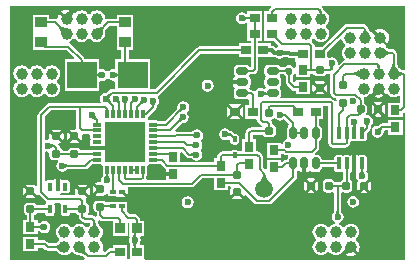
<source format=gtl>
G04*
G04 #@! TF.GenerationSoftware,Altium Limited,Altium Designer,20.1.8 (145)*
G04*
G04 Layer_Physical_Order=1*
G04 Layer_Color=255*
%FSTAX43Y43*%
%MOMM*%
G71*
G04*
G04 #@! TF.SameCoordinates,B34475FB-C3A6-4C53-AFA9-1BD6AB5E634D*
G04*
G04*
G04 #@! TF.FilePolarity,Positive*
G04*
G01*
G75*
%ADD12C,0.200*%
%ADD33R,0.850X0.800*%
G04:AMPARAMS|DCode=34|XSize=0.75mm|YSize=0.6mm|CornerRadius=0.15mm|HoleSize=0mm|Usage=FLASHONLY|Rotation=0.000|XOffset=0mm|YOffset=0mm|HoleType=Round|Shape=RoundedRectangle|*
%AMROUNDEDRECTD34*
21,1,0.750,0.300,0,0,0.0*
21,1,0.450,0.600,0,0,0.0*
1,1,0.300,0.225,-0.150*
1,1,0.300,-0.225,-0.150*
1,1,0.300,-0.225,0.150*
1,1,0.300,0.225,0.150*
%
%ADD34ROUNDEDRECTD34*%
%ADD35R,0.800X0.850*%
G04:AMPARAMS|DCode=36|XSize=0.75mm|YSize=0.6mm|CornerRadius=0.15mm|HoleSize=0mm|Usage=FLASHONLY|Rotation=90.000|XOffset=0mm|YOffset=0mm|HoleType=Round|Shape=RoundedRectangle|*
%AMROUNDEDRECTD36*
21,1,0.750,0.300,0,0,90.0*
21,1,0.450,0.600,0,0,90.0*
1,1,0.300,0.150,0.225*
1,1,0.300,0.150,-0.225*
1,1,0.300,-0.150,-0.225*
1,1,0.300,-0.150,0.225*
%
%ADD36ROUNDEDRECTD36*%
G04:AMPARAMS|DCode=37|XSize=0.4mm|YSize=1mm|CornerRadius=0.1mm|HoleSize=0mm|Usage=FLASHONLY|Rotation=180.000|XOffset=0mm|YOffset=0mm|HoleType=Round|Shape=RoundedRectangle|*
%AMROUNDEDRECTD37*
21,1,0.400,0.800,0,0,180.0*
21,1,0.200,1.000,0,0,180.0*
1,1,0.200,-0.100,0.400*
1,1,0.200,0.100,0.400*
1,1,0.200,0.100,-0.400*
1,1,0.200,-0.100,-0.400*
%
%ADD37ROUNDEDRECTD37*%
G04:AMPARAMS|DCode=38|XSize=0.6mm|YSize=1mm|CornerRadius=0.15mm|HoleSize=0mm|Usage=FLASHONLY|Rotation=180.000|XOffset=0mm|YOffset=0mm|HoleType=Round|Shape=RoundedRectangle|*
%AMROUNDEDRECTD38*
21,1,0.600,0.700,0,0,180.0*
21,1,0.300,1.000,0,0,180.0*
1,1,0.300,-0.150,0.350*
1,1,0.300,0.150,0.350*
1,1,0.300,0.150,-0.350*
1,1,0.300,-0.150,-0.350*
%
%ADD38ROUNDEDRECTD38*%
G04:AMPARAMS|DCode=39|XSize=0.6mm|YSize=1mm|CornerRadius=0.15mm|HoleSize=0mm|Usage=FLASHONLY|Rotation=90.000|XOffset=0mm|YOffset=0mm|HoleType=Round|Shape=RoundedRectangle|*
%AMROUNDEDRECTD39*
21,1,0.600,0.700,0,0,90.0*
21,1,0.300,1.000,0,0,90.0*
1,1,0.300,0.350,0.150*
1,1,0.300,0.350,-0.150*
1,1,0.300,-0.350,-0.150*
1,1,0.300,-0.350,0.150*
%
%ADD39ROUNDEDRECTD39*%
%ADD40R,0.500X0.350*%
%ADD41R,1.000X0.900*%
%ADD42R,2.500X2.300*%
G04:AMPARAMS|DCode=43|XSize=0.4mm|YSize=0.48mm|CornerRadius=0.1mm|HoleSize=0mm|Usage=FLASHONLY|Rotation=180.000|XOffset=0mm|YOffset=0mm|HoleType=Round|Shape=RoundedRectangle|*
%AMROUNDEDRECTD43*
21,1,0.400,0.280,0,0,180.0*
21,1,0.200,0.480,0,0,180.0*
1,1,0.200,-0.100,0.140*
1,1,0.200,0.100,0.140*
1,1,0.200,0.100,-0.140*
1,1,0.200,-0.100,-0.140*
%
%ADD43ROUNDEDRECTD43*%
G04:AMPARAMS|DCode=44|XSize=0.4mm|YSize=0.75mm|CornerRadius=0.1mm|HoleSize=0mm|Usage=FLASHONLY|Rotation=0.000|XOffset=0mm|YOffset=0mm|HoleType=Round|Shape=RoundedRectangle|*
%AMROUNDEDRECTD44*
21,1,0.400,0.550,0,0,0.0*
21,1,0.200,0.750,0,0,0.0*
1,1,0.200,0.100,-0.275*
1,1,0.200,-0.100,-0.275*
1,1,0.200,-0.100,0.275*
1,1,0.200,0.100,0.275*
%
%ADD44ROUNDEDRECTD44*%
G04:AMPARAMS|DCode=45|XSize=0.3mm|YSize=0.75mm|CornerRadius=0.075mm|HoleSize=0mm|Usage=FLASHONLY|Rotation=90.000|XOffset=0mm|YOffset=0mm|HoleType=Round|Shape=RoundedRectangle|*
%AMROUNDEDRECTD45*
21,1,0.300,0.600,0,0,90.0*
21,1,0.150,0.750,0,0,90.0*
1,1,0.150,0.300,0.075*
1,1,0.150,0.300,-0.075*
1,1,0.150,-0.300,-0.075*
1,1,0.150,-0.300,0.075*
%
%ADD45ROUNDEDRECTD45*%
G04:AMPARAMS|DCode=46|XSize=0.3mm|YSize=0.75mm|CornerRadius=0.075mm|HoleSize=0mm|Usage=FLASHONLY|Rotation=0.000|XOffset=0mm|YOffset=0mm|HoleType=Round|Shape=RoundedRectangle|*
%AMROUNDEDRECTD46*
21,1,0.300,0.600,0,0,0.0*
21,1,0.150,0.750,0,0,0.0*
1,1,0.150,0.075,-0.300*
1,1,0.150,-0.075,-0.300*
1,1,0.150,-0.075,0.300*
1,1,0.150,0.075,0.300*
%
%ADD46ROUNDEDRECTD46*%
%ADD47R,3.400X3.400*%
%ADD48R,0.850X0.850*%
%ADD49C,0.300*%
%ADD50C,1.500*%
%ADD51C,1.000*%
%ADD52C,0.600*%
G36*
X0106177Y0111819D02*
X0106182Y011176D01*
X0106184Y011175D01*
X0106186Y0111743D01*
X0106189Y0111737D01*
X0106192Y0111733D01*
X0106196Y0111732D01*
X010596Y0111715D01*
X0105963Y0111717D01*
X0105966Y0111722D01*
X0105969Y0111729D01*
X0105971Y0111738D01*
X0105973Y0111749D01*
X0105975Y0111778D01*
X0105977Y0111816D01*
X0105977Y0111839D01*
X0106177D01*
X0106177Y0111819D01*
D02*
G37*
G36*
X0099648Y0111463D02*
X009967Y0111444D01*
X0099694Y0111428D01*
X0099718Y0111413D01*
X0099742Y0111401D01*
X0099767Y0111391D01*
X0099793Y0111384D01*
X009982Y0111378D01*
X0099847Y0111375D01*
X0099875Y0111374D01*
Y0111174D01*
X0099847Y0111173D01*
X009982Y0111169D01*
X0099793Y0111164D01*
X0099767Y0111156D01*
X0099742Y0111146D01*
X0099718Y0111134D01*
X0099694Y011112D01*
X009967Y0111103D01*
X0099648Y0111085D01*
X0099626Y0111064D01*
Y0111484D01*
X0099648Y0111463D01*
D02*
G37*
G36*
X0109943Y0110286D02*
X0109947Y0110251D01*
X0109954Y0110219D01*
X0109964Y0110189D01*
X0109976Y0110162D01*
X0109991Y0110137D01*
X0110009Y0110114D01*
X011003Y0110093D01*
X0110053Y0110075D01*
X0110079Y0110059D01*
X0109604D01*
X010963Y0110075D01*
X0109654Y0110093D01*
X0109674Y0110114D01*
X0109692Y0110137D01*
X0109707Y0110162D01*
X010972Y0110189D01*
X0109729Y0110219D01*
X0109736Y0110251D01*
X010974Y0110286D01*
X0109742Y0110322D01*
X0109942D01*
X0109943Y0110286D01*
D02*
G37*
G36*
X0087741Y0110457D02*
X0087716Y0110428D01*
X0087693Y0110395D01*
X0087674Y0110357D01*
X0087657Y0110316D01*
X0087642Y011027D01*
X0087631Y0110219D01*
X0087622Y0110164D01*
X0087616Y0110105D01*
X0087612Y0109974D01*
X0087117Y0110469D01*
X0087185Y0110469D01*
X0087307Y0110479D01*
X0087362Y0110488D01*
X0087413Y0110499D01*
X0087459Y0110514D01*
X00875Y0110531D01*
X0087538Y011055D01*
X0087571Y0110573D01*
X00876Y0110598D01*
X0087741Y0110457D01*
D02*
G37*
G36*
X0084113Y0110573D02*
X0084146Y011055D01*
X0084183Y0110531D01*
X0084225Y0110514D01*
X0084271Y0110499D01*
X0084322Y0110488D01*
X0084376Y0110479D01*
X0084435Y0110473D01*
X0084567Y0110469D01*
X0084072Y0109974D01*
X0084071Y0110042D01*
X0084062Y0110164D01*
X0084053Y0110219D01*
X0084041Y011027D01*
X0084027Y0110316D01*
X008401Y0110357D01*
X008399Y0110395D01*
X0083968Y0110428D01*
X0083943Y0110457D01*
X0084084Y0110598D01*
X0084113Y0110573D01*
D02*
G37*
G36*
X0088812Y0110469D02*
X0088812Y0110469D01*
Y0109669D01*
X0088812Y0109669D01*
Y0108569D01*
X0089206D01*
Y0107819D01*
X0088712D01*
Y0107068D01*
X0088585Y0106964D01*
X0088512Y0106979D01*
X0088317Y010694D01*
X0088151Y0106829D01*
X0088106Y0106762D01*
X0087953D01*
X0087915Y0106819D01*
X008775Y0106929D01*
X0087555Y0106968D01*
X0087439Y0106945D01*
X0087312Y0107038D01*
Y0107819D01*
X0086128D01*
X0086124Y0107836D01*
X0086058Y0107935D01*
X0086058Y0107935D01*
X0084908Y0109085D01*
X0084809Y0109151D01*
X0084787Y0109156D01*
X0084758Y0109278D01*
X0084762Y010929D01*
X0084925Y0109357D01*
X0085071Y010947D01*
X0085128Y0109544D01*
X0085285D01*
X0085343Y010947D01*
X0085489Y0109357D01*
X0085659Y0109287D01*
X0085842Y0109263D01*
X0086025Y0109287D01*
X0086195Y0109357D01*
X0086341Y010947D01*
X0086398Y0109544D01*
X0086555D01*
X0086613Y010947D01*
X0086759Y0109357D01*
X0086929Y0109287D01*
X0087112Y0109263D01*
X0087295Y0109287D01*
X0087465Y0109357D01*
X0087611Y010947D01*
X0087723Y0109616D01*
X0087794Y0109786D01*
X0087818Y0109969D01*
X0087816Y0109982D01*
X0087819Y0110091D01*
X0087824Y0110138D01*
X0087831Y011018D01*
X0087839Y0110217D01*
X0087849Y0110247D01*
X0087859Y0110271D01*
X0087868Y011029D01*
X0087875Y01103D01*
X0088188Y0110613D01*
X0088812D01*
Y0110469D01*
D02*
G37*
G36*
X0101918Y0112183D02*
X0101721Y0111985D01*
X0101654Y0111886D01*
X0101651Y0111869D01*
X0101312D01*
Y0110669D01*
X0101312D01*
Y0110569D01*
X0101312D01*
Y0109369D01*
X0102104D01*
X0102506Y0108967D01*
X0102464Y0108829D01*
X0102417Y010882D01*
X0102281Y0108729D01*
X0102189Y0108821D01*
X0102073Y0108898D01*
X0101937Y0108926D01*
X0101862D01*
Y0109169D01*
X0100818D01*
Y0109369D01*
X0101112D01*
Y0110569D01*
X0101112D01*
Y0110669D01*
X0101112D01*
Y0111869D01*
X0099862D01*
Y0111716D01*
X0099854Y0111708D01*
X0099735Y0111659D01*
X0099607Y0111745D01*
X0099412Y0111784D01*
X0099217Y0111745D01*
X0099051Y0111634D01*
X0098941Y0111469D01*
X0098902Y0111274D01*
X0098941Y0111079D01*
X0099051Y0110913D01*
X0099217Y0110803D01*
X0099412Y0110764D01*
X0099607Y0110803D01*
X0099735Y0110888D01*
X0099854Y0110839D01*
X0099862Y0110832D01*
Y0110669D01*
X0099862D01*
Y0110569D01*
X0099862D01*
Y0109369D01*
X0100206D01*
Y0109169D01*
X0099162D01*
Y0108875D01*
X0095812D01*
X0095695Y0108851D01*
X0095596Y0108785D01*
X0095596Y0108785D01*
X0092085Y0105275D01*
X0091612D01*
Y0107819D01*
X0089818D01*
Y0108569D01*
X0090212D01*
Y0109669D01*
X0090212Y0109669D01*
Y0110469D01*
X0090212Y0110469D01*
Y0111569D01*
X0088812D01*
Y0111225D01*
X0088062D01*
X0087945Y0111201D01*
X0087941Y0111199D01*
X0087869Y0111222D01*
X0087844Y0111236D01*
X0087814Y0111267D01*
X0087794Y0111422D01*
X0087723Y0111592D01*
X0087611Y0111738D01*
X0087465Y011185D01*
X0087295Y0111921D01*
X0087112Y0111945D01*
X0086929Y0111921D01*
X0086759Y011185D01*
X0086613Y0111738D01*
X0086555Y0111664D01*
X0086398D01*
X0086341Y0111738D01*
X0086195Y011185D01*
X0086025Y0111921D01*
X0085842Y0111945D01*
X0085659Y0111921D01*
X0085489Y011185D01*
X0085343Y0111738D01*
X0085321Y011171D01*
X0085161D01*
X0085141Y0111736D01*
X0085139Y0111735D01*
X0085113Y0111699D01*
X008509Y0111661D01*
X0085073Y0111621D01*
X008506Y011158D01*
X0085051Y0111537D01*
X0085047Y0111492D01*
X0085047Y0111445D01*
X0085051Y0111396D01*
X008506Y0111345D01*
X0084475Y0111729D01*
X0084531Y0111742D01*
X0084635Y0111772D01*
X0084683Y0111789D01*
X0084728Y0111809D01*
X0084771Y011183D01*
X008481Y0111854D01*
X0084847Y0111879D01*
X008488Y0111906D01*
X0084896Y011192D01*
X0084769Y0111973D01*
X0084572Y0111999D01*
X0084375Y0111973D01*
X0084192Y0111897D01*
X0084136Y0111855D01*
X0084662Y0111329D01*
X0084482Y0111149D01*
X0083956Y0111675D01*
X0083913Y0111619D01*
X0083837Y0111436D01*
X0083819Y01113D01*
X0083802Y0111279D01*
X0083708Y0111216D01*
X0083687Y0111212D01*
X0083622Y0111225D01*
X0083622Y0111225D01*
X0083112D01*
Y0111569D01*
X0081712D01*
Y0110469D01*
X0081712Y0110469D01*
Y0109669D01*
X0081712Y0109669D01*
Y0108569D01*
X0082732D01*
X0082762Y0108563D01*
X0082762Y0108563D01*
X0084565D01*
X0085192Y0107936D01*
X0085143Y0107819D01*
X0084412D01*
Y0105119D01*
X0087312D01*
Y0105878D01*
X0087439Y0105972D01*
X0087555Y0105949D01*
X008775Y0105987D01*
X0087915Y0106098D01*
X0087961Y0106165D01*
X0088113D01*
X0088151Y0106108D01*
X0088317Y0105998D01*
X0088512Y0105959D01*
X0088585Y0105974D01*
X0088712Y0105869D01*
Y0105275D01*
X0088412D01*
X0088295Y0105251D01*
X0088196Y0105185D01*
X0088196Y0105185D01*
X0088007Y0104997D01*
X0087999Y0104991D01*
X0087991Y0104987D01*
X0087982Y0104983D01*
X0087972Y0104979D01*
X008796Y0104977D01*
X0087948Y0104975D01*
X0087937Y0104974D01*
X0087912Y0104979D01*
X0087717Y010494D01*
X0087551Y0104829D01*
X0087441Y0104664D01*
X0087402Y0104469D01*
X0087441Y0104274D01*
X0087489Y0104202D01*
X0087421Y0104075D01*
X0083112D01*
X0083112Y0104075D01*
X0082995Y0104051D01*
X0082896Y0103985D01*
X0082896Y0103985D01*
X0082196Y0103285D01*
X0082129Y0103186D01*
X0082106Y0103069D01*
X0082106Y0103069D01*
Y0097155D01*
X0081979Y0097093D01*
X0081894Y0097149D01*
X0081737Y0097181D01*
X0081287D01*
X0081129Y0097149D01*
X0081103Y0097132D01*
X0081527Y0096709D01*
X0081437Y0096619D01*
X0081512Y0096544D01*
X0081677Y0096709D01*
X0082102Y0096283D01*
X0082209Y0096305D01*
X0082245Y0096303D01*
X0082796Y0095753D01*
X0082813Y0095741D01*
X0082845Y009561D01*
X0082831Y0095588D01*
X0082779Y0095511D01*
X0082762Y0095425D01*
X0082054D01*
X0081989Y0095521D01*
X0081873Y0095599D01*
X0081737Y0095626D01*
X0081287D01*
X008115Y0095599D01*
X0081034Y0095521D01*
X0080957Y0095405D01*
X008093Y0095269D01*
Y0094969D01*
X0080957Y0094832D01*
X0081034Y0094716D01*
X008115Y0094639D01*
X0081206Y0094628D01*
Y0094219D01*
X0080912D01*
Y0092969D01*
X0082112D01*
Y0093288D01*
X0082246D01*
X0082256Y0093286D01*
X0082265Y0093283D01*
X0082274Y009328D01*
X0082283Y0093275D01*
X0082293Y0093269D01*
X0082304Y0093262D01*
X0082312Y0093255D01*
X0082326Y0093233D01*
X0082492Y0093123D01*
X0082687Y0093084D01*
X0082882Y0093123D01*
X0083047Y0093233D01*
X0083158Y0093399D01*
X0083197Y0093594D01*
X0083158Y0093789D01*
X0083047Y0093954D01*
X0082882Y0094065D01*
X0082687Y0094104D01*
X0082492Y0094065D01*
X0082326Y0093954D01*
X0082312Y0093933D01*
X0082304Y0093926D01*
X0082293Y0093919D01*
X0082283Y0093913D01*
X0082274Y0093908D01*
X0082265Y0093904D01*
X0082256Y0093902D01*
X0082246Y00939D01*
X0082112D01*
Y0094219D01*
X0081818D01*
Y0094628D01*
X0081873Y0094639D01*
X0081989Y0094716D01*
X0082054Y0094813D01*
X0082762D01*
X0082779Y0094727D01*
X0082846Y0094628D01*
X0082945Y0094561D01*
X0083062Y0094538D01*
X0083262D01*
X0083379Y0094561D01*
X0083478Y0094628D01*
X0083544Y0094727D01*
X0083568Y0094844D01*
Y0095394D01*
X0083544Y0095511D01*
X0083528Y0095536D01*
X0083596Y0095663D01*
X0084028D01*
X0084096Y0095536D01*
X0084079Y0095511D01*
X0084056Y0095394D01*
Y0094844D01*
X0084079Y0094727D01*
X0084146Y0094628D01*
X0084245Y0094561D01*
X0084362Y0094538D01*
X0084562D01*
X0084679Y0094561D01*
X0084778Y0094628D01*
X0084844Y0094727D01*
X0084862Y0094813D01*
X008537D01*
X0085434Y0094716D01*
X008555Y0094639D01*
X0085606Y0094628D01*
Y0094445D01*
X0085606Y0094445D01*
X0085629Y0094327D01*
X0085696Y0094228D01*
X0085871Y0094053D01*
X0085871Y0094053D01*
X008597Y0093986D01*
X0086088Y0093963D01*
X0086088Y0093963D01*
X00865D01*
X0086501Y0093963D01*
X0086507Y009396D01*
X008653Y0093943D01*
X0086554Y0093911D01*
X0086578Y0093836D01*
X0086573Y0093827D01*
X0086549Y0093794D01*
X0086479Y0093712D01*
X0086445Y0093678D01*
X0086433Y0093668D01*
X0086375Y0093594D01*
X0086218D01*
X0086161Y0093668D01*
X0086015Y009378D01*
X0085845Y0093851D01*
X0085662Y0093875D01*
X0085479Y0093851D01*
X0085309Y009378D01*
X0085163Y0093668D01*
X0085105Y0093594D01*
X0084948D01*
X0084891Y0093668D01*
X0084745Y009378D01*
X0084575Y0093851D01*
X0084392Y0093875D01*
X0084209Y0093851D01*
X0084039Y009378D01*
X0083893Y0093668D01*
X008378Y0093522D01*
X008371Y0093352D01*
X0083686Y0093169D01*
X008371Y0092986D01*
X008378Y0092816D01*
X0083893Y009267D01*
X0083967Y0092612D01*
Y0092455D01*
X0083893Y0092398D01*
X0083884Y0092387D01*
X0083805Y0092312D01*
X0083769Y0092283D01*
X0083734Y0092258D01*
X0083702Y0092238D01*
X0083674Y0092223D01*
X008365Y0092213D01*
X008363Y0092207D01*
X0083618Y0092205D01*
X0083084D01*
X0082928Y009236D01*
X0082829Y0092426D01*
X0082712Y009245D01*
X0082712Y009245D01*
X0082112D01*
Y0092769D01*
X0080912D01*
Y0091519D01*
X0082112D01*
Y0091838D01*
X0082585D01*
X0082741Y0091683D01*
X0082741Y0091683D01*
X008284Y0091616D01*
X0082957Y0091593D01*
X0082957Y0091593D01*
X0083618D01*
X008363Y0091591D01*
X008365Y0091584D01*
X0083674Y0091574D01*
X0083702Y0091559D01*
X0083734Y009154D01*
X0083767Y0091516D01*
X0083848Y0091446D01*
X0083883Y0091412D01*
X0083893Y00914D01*
X0084039Y0091287D01*
X0084209Y0091217D01*
X0084392Y0091193D01*
X0084575Y0091217D01*
X0084745Y0091287D01*
X0084891Y00914D01*
X0084948Y0091474D01*
X0085105D01*
X0085163Y00914D01*
X0085309Y0091287D01*
X0085479Y0091217D01*
X0085567Y0091205D01*
X0085586Y0091199D01*
X0085653Y0091191D01*
X008571Y0091182D01*
X0085813Y009116D01*
X0085851Y0091149D01*
X0085885Y0091136D01*
X0085912Y0091124D01*
X0085932Y0091113D01*
X0085942Y0091106D01*
X0086093Y0090955D01*
X0086041Y0090828D01*
X0079771D01*
Y0092569D01*
Y011231D01*
X0101866D01*
X0101918Y0112183D01*
D02*
G37*
G36*
X0102839Y0108547D02*
X0102854Y0108537D01*
X0102871Y0108528D01*
X010289Y010852D01*
X0102912Y0108514D01*
X0102935Y0108508D01*
X0102961Y0108504D01*
X0102989Y0108501D01*
X0103052Y0108499D01*
Y0108199D01*
X0103019Y0108198D01*
X0102961Y0108193D01*
X0102935Y0108189D01*
X0102912Y0108184D01*
X010289Y0108177D01*
X0102871Y0108169D01*
X0102854Y010816D01*
X0102839Y010815D01*
X0102826Y0108139D01*
X0102582Y0108349D01*
X0102372Y0108168D01*
X0102366Y0108174D01*
X0102357Y0108179D01*
X0102345Y0108184D01*
X0102329Y0108188D01*
X0102311Y0108191D01*
X0102206Y0108199D01*
X0102172Y0108199D01*
Y0108499D01*
X0102237Y01085D01*
X0102289Y0108504D01*
X0102311Y0108507D01*
X0102329Y010851D01*
X0102345Y0108514D01*
X0102357Y0108519D01*
X0102366Y0108524D01*
X0102372Y010853D01*
X0102582Y0108349D01*
X0102826Y0108559D01*
X0102839Y0108547D01*
D02*
G37*
G36*
X0111517Y0108651D02*
X0111611Y0108571D01*
X0111656Y0108539D01*
X01117Y0108511D01*
X0111742Y0108489D01*
X0111784Y0108471D01*
X0111824Y0108459D01*
X0111864Y0108451D01*
X0111902Y0108449D01*
Y0108249D01*
X0111864Y0108246D01*
X0111824Y0108239D01*
X0111784Y0108226D01*
X0111742Y0108209D01*
X01117Y0108186D01*
X0111656Y0108159D01*
X0111611Y0108126D01*
X0111565Y0108089D01*
X0111469Y0107999D01*
Y0108699D01*
X0111517Y0108651D01*
D02*
G37*
G36*
X0107887Y0109461D02*
X010789Y0109436D01*
X010796Y0109266D01*
X0108073Y010912D01*
X0108147Y0109062D01*
Y0108905D01*
X0108073Y0108848D01*
X010796Y0108702D01*
X010789Y0108532D01*
X0107866Y0108349D01*
X010789Y0108166D01*
X010796Y0107996D01*
X0108073Y010785D01*
X0108139Y0107799D01*
X0108095Y0107672D01*
X0108077D01*
X0108077Y0107672D01*
X010796Y0107649D01*
X0107861Y0107582D01*
X0107627Y0107349D01*
X010751Y0107412D01*
X0107522Y0107469D01*
X0107483Y0107664D01*
X0107372Y0107829D01*
X0107207Y010794D01*
X0107012Y0107979D01*
X0106817Y010794D01*
X0106763Y0107904D01*
X0106636Y0107972D01*
Y010839D01*
X0107752Y0109506D01*
X0107887Y0109461D01*
D02*
G37*
G36*
X0099162Y0107969D02*
X0100206D01*
Y0107125D01*
X0100079D01*
X0100014Y0107221D01*
X0099898Y0107299D01*
X0099762Y0107326D01*
X0099062D01*
X0098925Y0107299D01*
X0098809Y0107221D01*
X0098732Y0107105D01*
X0098705Y0106969D01*
Y0106669D01*
X0098732Y0106532D01*
X0098809Y0106416D01*
X0098761Y0106296D01*
X0098681Y0106176D01*
X009865Y0106019D01*
Y0105719D01*
X0098681Y0105561D01*
X0098761Y0105442D01*
X0098809Y0105321D01*
X0098732Y0105205D01*
X0098705Y0105069D01*
Y0104769D01*
X0098732Y0104632D01*
X0098809Y0104516D01*
X0098925Y0104439D01*
X0099062Y0104412D01*
X0099762D01*
X0099879Y0104435D01*
X0100006Y0104378D01*
Y0103958D01*
X0099687D01*
Y0102758D01*
X0100624D01*
X0100706Y0102669D01*
X0100729Y0102552D01*
X0100796Y0102453D01*
X0100996Y0102253D01*
X0101034Y0102226D01*
X0101076Y0102079D01*
X0101073Y0102061D01*
X0101049Y0102025D01*
X0100188D01*
X0100188Y0102025D01*
X010007Y0102001D01*
X0099971Y0101935D01*
X0099971Y0101935D01*
X0099796Y0101759D01*
X0099729Y010166D01*
X0099706Y0101543D01*
X0099706Y0101543D01*
Y0101019D01*
X0099412D01*
Y009999D01*
X0099153D01*
X0099119Y010004D01*
X009902Y0100106D01*
X0098903Y010013D01*
X0098703D01*
X0098586Y0100106D01*
X0098487Y010004D01*
X0098453Y009999D01*
X0097758D01*
X0097641Y0099966D01*
X0097542Y00999D01*
X0097542Y00999D01*
X0097396Y0099754D01*
X0097329Y0099654D01*
X0097306Y0099537D01*
X00973Y0099419D01*
X0097012D01*
Y0099075D01*
X0094212D01*
Y0099857D01*
X0094339Y0099909D01*
X0094745Y0099503D01*
X0094746Y0099503D01*
X0094845Y0099436D01*
X0094962Y0099413D01*
X0095126D01*
X0095135Y0099411D01*
X0095144Y0099408D01*
X0095154Y0099405D01*
X0095163Y00994D01*
X0095173Y0099394D01*
X0095183Y0099387D01*
X0095192Y009938D01*
X0095206Y0099358D01*
X0095371Y0099248D01*
X0095566Y0099209D01*
X0095762Y0099248D01*
X0095927Y0099358D01*
X0096037Y0099524D01*
X0096076Y0099719D01*
X0096037Y0099914D01*
X0095972Y0100012D01*
X0095937Y0100107D01*
X0095972Y0100202D01*
X0096037Y01003D01*
X0096076Y0100495D01*
X0096037Y010069D01*
X0095927Y0100855D01*
Y0100958D01*
X0095984Y0100996D01*
X0096095Y0101162D01*
X0096134Y0101357D01*
X0096095Y0101552D01*
X0095984Y0101717D01*
X0095819Y0101828D01*
X0095624Y0101867D01*
X0095429Y0101828D01*
X0095263Y0101717D01*
X0095254Y0101704D01*
X0095253Y0101703D01*
X0095241Y0101695D01*
X009523Y0101688D01*
X0095219Y0101683D01*
X0095209Y010168D01*
X0095199Y0101677D01*
X0095189Y0101675D01*
X0093852D01*
X0093852Y0101675D01*
X0093824Y0101669D01*
X0093762Y0101786D01*
X0094317Y0102341D01*
X0094325Y0102346D01*
X0094333Y0102351D01*
X0094342Y0102355D01*
X0094352Y0102358D01*
X0094363Y0102361D01*
X0094376Y0102363D01*
X0094386Y0102364D01*
X0094412Y0102359D01*
X0094607Y0102398D01*
X0094772Y0102508D01*
X0094883Y0102674D01*
X0094922Y0102869D01*
X0094883Y0103064D01*
X00948Y0103188D01*
X0094808Y0103339D01*
X0094816Y0103353D01*
X0094925Y0103516D01*
X0094964Y0103711D01*
X0094925Y0103906D01*
X0094814Y0104071D01*
X0094649Y0104182D01*
X0094454Y0104221D01*
X0094259Y0104182D01*
X0094093Y0104071D01*
X0093983Y0103906D01*
X0093944Y0103711D01*
X0093949Y0103685D01*
X0093948Y0103675D01*
X0093946Y0103662D01*
X0093943Y0103651D01*
X009394Y0103641D01*
X0093936Y0103632D01*
X0093931Y0103623D01*
X0093926Y0103616D01*
X0092885Y0102575D01*
X0092336D01*
X0092294Y0102603D01*
X0092187Y0102624D01*
X0091587D01*
X0091466Y0102723D01*
X0091441Y0102754D01*
X0091468Y0102921D01*
X0091478Y0102928D01*
X0092103Y0103553D01*
X0092103Y0103553D01*
X0092169Y0103652D01*
X0092193Y0103769D01*
X0092193Y0103769D01*
Y0103819D01*
X0092195Y0103829D01*
X0092197Y0103838D01*
X0092201Y0103847D01*
X0092206Y0103856D01*
X0092212Y0103866D01*
X0092219Y0103877D01*
X0092226Y0103885D01*
X0092247Y0103899D01*
X0092358Y0104065D01*
X0092397Y010426D01*
X0092358Y0104455D01*
X0092294Y010455D01*
X0092323Y0104663D01*
X0092344Y0104697D01*
X0092428Y0104753D01*
X0095938Y0108263D01*
X0099162D01*
Y0107969D01*
D02*
G37*
G36*
X010202Y0108019D02*
X0102157Y0107992D01*
X0102236D01*
X010225Y0107991D01*
X0102251Y0107988D01*
X0102417Y0107878D01*
X0102612Y0107839D01*
X0102807Y0107878D01*
X0102972Y0107988D01*
X0102972Y0107988D01*
X0102975Y0107989D01*
X0102986Y0107991D01*
X0102999Y0107992D01*
X0103244D01*
X0103266Y010797D01*
X0103382Y0107893D01*
X0103518Y0107865D01*
X0103936D01*
Y0107635D01*
X0103936Y0107622D01*
X0103936Y0107622D01*
X0103961Y0107519D01*
X0103961Y0107519D01*
Y0107126D01*
X0103834Y0107087D01*
X0103772Y0107179D01*
X0103607Y010729D01*
X0103412Y0107329D01*
X0103217Y010729D01*
X0103051Y0107179D01*
X0103037Y0107158D01*
X0103029Y0107151D01*
X0103018Y0107144D01*
X0103008Y0107138D01*
X0102999Y0107133D01*
X010299Y0107129D01*
X0102981Y0107127D01*
X0102971Y0107125D01*
X0102679D01*
X0102614Y0107221D01*
X0102498Y0107299D01*
X0102362Y0107326D01*
X0101662D01*
X0101525Y0107299D01*
X0101409Y0107221D01*
X0101332Y0107105D01*
X0101305Y0106969D01*
Y0106669D01*
X0101332Y0106532D01*
X0101409Y0106416D01*
X0101423Y0106407D01*
Y010628D01*
X0101409Y0106271D01*
X0101332Y0106155D01*
X0101305Y0106019D01*
Y0105719D01*
X0101332Y0105582D01*
X0101406Y0105472D01*
X0101421Y0105443D01*
X0101382Y0105319D01*
X0101289Y0105297D01*
X0101207Y0105352D01*
X0101012Y0105391D01*
X0100817Y0105352D01*
X0100651Y0105242D01*
X0100573Y0105124D01*
X0100424Y0105092D01*
X0100382Y0105135D01*
X0100282Y0105201D01*
X0100165Y0105225D01*
X0100165Y0105225D01*
X0100084D01*
X0100016Y0105326D01*
X0100062Y0105442D01*
X0100142Y0105561D01*
X0100174Y0105719D01*
Y0106019D01*
X0100142Y0106176D01*
X0100062Y0106296D01*
X0100016Y0106412D01*
X0100084Y0106513D01*
X0100365D01*
X0100365Y0106513D01*
X0100482Y0106536D01*
X0100582Y0106603D01*
X0100728Y0106749D01*
X0100728Y0106749D01*
X0100794Y0106848D01*
X0100818Y0106965D01*
Y0107969D01*
X0101862D01*
Y0107972D01*
X0101989Y010804D01*
X010202Y0108019D01*
D02*
G37*
G36*
X0111089Y0107217D02*
X0111092Y0107187D01*
X0111097Y010716D01*
X0111103Y0107135D01*
X0111112Y0107113D01*
X0111123Y0107094D01*
X0111135Y0107077D01*
X0111149Y0107063D01*
X0111166Y0107051D01*
X0111184Y0107041D01*
X0110792D01*
X0110811Y0107051D01*
X0110827Y0107063D01*
X0110841Y0107077D01*
X0110854Y0107094D01*
X0110864Y0107113D01*
X0110873Y0107135D01*
X0110879Y010716D01*
X0110884Y0107187D01*
X0110887Y0107217D01*
X0110888Y0107249D01*
X0111088D01*
X0111089Y0107217D01*
D02*
G37*
G36*
X0107192Y0107226D02*
X0107175Y0107207D01*
X010716Y0107186D01*
X0107147Y0107164D01*
X0107136Y0107141D01*
X0107128Y0107116D01*
X0107121Y0107091D01*
X0107116Y0107064D01*
X0107113Y0107035D01*
X0107112Y0107006D01*
X0106912D01*
X0106911Y0107035D01*
X0106908Y0107064D01*
X0106903Y0107091D01*
X0106896Y0107116D01*
X0106887Y0107141D01*
X0106876Y0107164D01*
X0106863Y0107186D01*
X0106849Y0107207D01*
X0106832Y0107226D01*
X0106813Y0107244D01*
X0107211D01*
X0107192Y0107226D01*
D02*
G37*
G36*
X0112361Y0107333D02*
X0112368Y0107294D01*
X0112381Y0107253D01*
X0112398Y0107212D01*
X0112421Y0107169D01*
X0112448Y0107125D01*
X0112481Y010708D01*
X0112518Y0107034D01*
X0112608Y0106938D01*
X0111908D01*
X0111956Y0106987D01*
X0112036Y010708D01*
X0112068Y0107125D01*
X0112096Y0107169D01*
X0112118Y0107212D01*
X0112136Y0107253D01*
X0112148Y0107294D01*
X0112156Y0107333D01*
X0112158Y0107371D01*
X0112358D01*
X0112361Y0107333D01*
D02*
G37*
G36*
X0113253Y0106924D02*
X0113135Y0106853D01*
X0113126Y0106853D01*
X0113016Y0106875D01*
X0113016Y0106875D01*
X0112991D01*
X0112978Y0106877D01*
X0112961Y0106881D01*
X0112944Y0106888D01*
X0112927Y0106896D01*
X011291Y0106908D01*
X0112891Y0106922D01*
X0112872Y0106941D01*
X0112852Y0106964D01*
X0112827Y0106996D01*
X0112818Y0107003D01*
X0112813Y0107012D01*
X0112806Y0107017D01*
X0112757Y010708D01*
X0112746Y0107089D01*
X0112672Y0107168D01*
X0112642Y0107204D01*
X0112617Y0107239D01*
X0112597Y0107271D01*
X0112583Y0107299D01*
X0112572Y0107323D01*
X0112566Y0107343D01*
X0112564Y0107355D01*
Y0108232D01*
X0112564Y0108232D01*
X0112541Y0108349D01*
X0112474Y0108448D01*
X0112474Y0108448D01*
X0112357Y0108565D01*
X0112258Y0108631D01*
X0112141Y0108655D01*
X0112141Y0108655D01*
X0111886D01*
X0111874Y0108657D01*
X0111854Y0108663D01*
X011183Y0108673D01*
X0111801Y0108688D01*
X011177Y0108708D01*
X0111737Y0108732D01*
X0111655Y0108802D01*
X0111621Y0108836D01*
X0111611Y0108848D01*
X0111583Y010887D01*
Y0108968D01*
X0111022Y0109529D01*
X0110461Y011009D01*
X0110363D01*
X0110341Y0110118D01*
X0110195Y011023D01*
X0110179Y0110237D01*
X011017Y0110243D01*
X0110165Y0110246D01*
X0110162Y0110249D01*
X011016Y0110252D01*
X0110157Y0110256D01*
X0110154Y0110263D01*
X0110151Y0110272D01*
X0110149Y0110285D01*
X0110148Y0110293D01*
Y0110322D01*
X0110124Y0110439D01*
X0110058Y0110539D01*
X0110058Y0110539D01*
X0109912Y0110685D01*
X0109812Y0110751D01*
X0109695Y0110775D01*
X0109695Y0110775D01*
X0108282D01*
X0108282Y0110775D01*
X0108165Y0110751D01*
X0108066Y0110685D01*
X0108066Y0110685D01*
X0106203Y0108822D01*
X0105698D01*
X0105605Y0108893D01*
X0105581Y010901D01*
X0105515Y0109109D01*
X0105515Y0109109D01*
X0105339Y0109285D01*
X0105323Y0109296D01*
X0105318Y010945D01*
X0105325Y0109457D01*
X0105341Y010947D01*
X0105364Y0109499D01*
X0105405Y0109544D01*
X0105555D01*
X0105613Y010947D01*
X0105759Y0109357D01*
X0105929Y0109287D01*
X0106112Y0109263D01*
X0106295Y0109287D01*
X0106465Y0109357D01*
X0106611Y010947D01*
X0106723Y0109616D01*
X0106794Y0109786D01*
X0106818Y0109969D01*
X0106794Y0110152D01*
X0106723Y0110322D01*
X0106611Y0110468D01*
X0106537Y0110525D01*
Y0110682D01*
X0106611Y011074D01*
X0106723Y0110886D01*
X0106794Y0111056D01*
X0106818Y0111239D01*
X0106794Y0111422D01*
X0106723Y0111592D01*
X0106611Y0111738D01*
X0106465Y011185D01*
X0106373Y0111888D01*
X0106359Y0111956D01*
X0106293Y0112055D01*
X0106165Y0112183D01*
X0106218Y011231D01*
X0113253D01*
Y0106924D01*
D02*
G37*
G36*
X0103198Y0106609D02*
X0103176Y010663D01*
X0103153Y0106648D01*
X010313Y0106665D01*
X0103106Y0106679D01*
X0103081Y0106691D01*
X0103056Y0106701D01*
X010303Y0106709D01*
X0103004Y0106714D01*
X0102977Y0106718D01*
X0102949Y0106719D01*
Y0106919D01*
X0102977Y010692D01*
X0103004Y0106923D01*
X010303Y0106929D01*
X0103056Y0106936D01*
X0103081Y0106946D01*
X0103106Y0106958D01*
X010313Y0106973D01*
X0103153Y0106989D01*
X0103176Y0107008D01*
X0103198Y0107029D01*
Y0106609D01*
D02*
G37*
G36*
X0103601Y0106583D02*
X0103582Y010656D01*
X0103566Y0106537D01*
X0103551Y0106513D01*
X0103539Y0106489D01*
X0103529Y0106463D01*
X0103522Y0106437D01*
X0103516Y0106411D01*
X0103513Y0106384D01*
X0103512Y0106356D01*
X0103312D01*
X0103311Y0106384D01*
X0103307Y0106411D01*
X0103302Y0106437D01*
X0103294Y0106463D01*
X0103284Y0106489D01*
X0103272Y0106513D01*
X0103258Y0106537D01*
X0103241Y010656D01*
X0103223Y0106583D01*
X0103202Y0106605D01*
X0103622D01*
X0103601Y0106583D01*
D02*
G37*
G36*
X0112694Y0106833D02*
X0112725Y0106799D01*
X0112757Y0106768D01*
X0112791Y0106742D01*
X0112825Y010672D01*
X0112861Y0106701D01*
X0112898Y0106687D01*
X0112936Y0106677D01*
X0112975Y0106671D01*
X0113016Y0106669D01*
Y0106469D01*
X0112974Y0106467D01*
X0112934Y0106461D01*
X0112895Y0106451D01*
X0112857Y0106437D01*
X011282Y0106419D01*
X0112784Y0106397D01*
X0112749Y0106372D01*
X0112715Y0106342D01*
X0112682Y0106308D01*
X011265Y0106271D01*
X0112665Y0106872D01*
X0112694Y0106833D01*
D02*
G37*
G36*
X0105534Y0106479D02*
X010565Y0106402D01*
X0105787Y0106374D01*
X0106237D01*
X0106373Y0106402D01*
X0106489Y0106479D01*
X0106554Y0106575D01*
X0106791D01*
X0106901Y0106504D01*
X0106906Y0106454D01*
Y0104948D01*
X0106906Y0104948D01*
X0106929Y0104831D01*
X0106996Y0104732D01*
X0107171Y0104556D01*
X0107171Y0104556D01*
X010727Y010449D01*
X0107351Y0104474D01*
X0107398Y0104444D01*
X0107439Y0104352D01*
X0107409Y0104267D01*
X0107276Y010424D01*
X0107257Y0104268D01*
X0107257Y0104268D01*
X010714Y0104385D01*
X0107041Y0104451D01*
X0106924Y0104475D01*
X0106924Y0104475D01*
X0102739D01*
X0102671Y0104602D01*
X0102691Y0104632D01*
X0102719Y0104769D01*
Y0105069D01*
X0102691Y0105205D01*
X0102618Y0105316D01*
X01026Y010535D01*
Y0105438D01*
X0102618Y0105472D01*
X0102691Y0105582D01*
X0102719Y0105719D01*
Y0106019D01*
X0102691Y0106155D01*
X0102614Y0106271D01*
X01026Y010628D01*
Y0106407D01*
X0102614Y0106416D01*
X0102679Y0106513D01*
X0102971D01*
X0102981Y0106511D01*
X010299Y0106508D01*
X0102999Y0106505D01*
X0103008Y01065D01*
X0103018Y0106494D01*
X0103029Y0106487D01*
X0103037Y010648D01*
X0103051Y0106458D01*
X0103073Y0106444D01*
X010308Y0106436D01*
X0103087Y0106425D01*
X0103093Y0106415D01*
X0103098Y0106406D01*
X0103101Y0106397D01*
X0103104Y0106388D01*
X0103106Y0106378D01*
Y0105867D01*
X0103106Y0105867D01*
X0103129Y010575D01*
X0103196Y0105651D01*
X0103644Y0105203D01*
X0103644Y0105203D01*
X0103743Y0105136D01*
X010386Y0105113D01*
X0103961D01*
Y0104819D01*
X0105161D01*
Y0106069D01*
X0103961D01*
Y0105917D01*
X0103843Y0105868D01*
X0103718Y0105994D01*
Y0106378D01*
X010372Y0106388D01*
X0103722Y0106397D01*
X0103726Y0106406D01*
X0103731Y0106415D01*
X0103737Y0106425D01*
X0103744Y0106436D01*
X0103751Y0106444D01*
X0103772Y0106458D01*
X0103834Y010655D01*
X0103961Y0106512D01*
Y0106269D01*
X0105161D01*
Y0106588D01*
X0105462D01*
X0105534Y0106479D01*
D02*
G37*
G36*
X0088748Y0106658D02*
X008877Y0106639D01*
X0088794Y0106623D01*
X0088818Y0106608D01*
X0088842Y0106596D01*
X0088867Y0106586D01*
X0088893Y0106579D01*
X008892Y0106573D01*
X0088947Y010657D01*
X0088975Y0106569D01*
Y0106369D01*
X0088947Y0106368D01*
X008892Y0106364D01*
X0088893Y0106359D01*
X0088867Y0106351D01*
X0088842Y0106341D01*
X0088818Y0106329D01*
X0088794Y0106315D01*
X008877Y0106298D01*
X0088748Y010628D01*
X0088726Y0106259D01*
Y0106679D01*
X0088748Y0106658D01*
D02*
G37*
G36*
X0087341Y0106248D02*
X0087319Y0106269D01*
X0087296Y0106288D01*
X0087273Y0106304D01*
X0087249Y0106319D01*
X0087225Y0106331D01*
X0087199Y0106341D01*
X0087174Y0106348D01*
X0087147Y0106354D01*
X008712Y0106357D01*
X0087092Y0106358D01*
Y0106558D01*
X008712Y0106559D01*
X0087147Y0106563D01*
X0087174Y0106568D01*
X0087199Y0106576D01*
X0087225Y0106586D01*
X0087249Y0106598D01*
X0087273Y0106612D01*
X0087296Y0106629D01*
X0087319Y0106647D01*
X0087341Y0106668D01*
Y0106248D01*
D02*
G37*
G36*
X0109361Y0106231D02*
X0109313Y0106279D01*
X0109219Y0106359D01*
X0109174Y0106391D01*
X010913Y0106419D01*
X0109088Y0106441D01*
X0109046Y0106459D01*
X0109006Y0106471D01*
X0108966Y0106479D01*
X0108928Y0106481D01*
Y0106681D01*
X0108966Y0106684D01*
X0109006Y0106691D01*
X0109046Y0106704D01*
X0109088Y0106721D01*
X010913Y0106744D01*
X0109174Y0106771D01*
X0109219Y0106804D01*
X0109265Y0106841D01*
X0109361Y0106931D01*
Y0106231D01*
D02*
G37*
G36*
X0101248Y010507D02*
X010127Y0105051D01*
X0101294Y0105035D01*
X0101318Y0105021D01*
X0101342Y0105009D01*
X0101367Y0104999D01*
X0101393Y0104991D01*
X010142Y0104985D01*
X0101447Y0104982D01*
X0101475Y0104981D01*
Y0104781D01*
X0101447Y010478D01*
X010142Y0104777D01*
X0101393Y0104771D01*
X0101367Y0104763D01*
X0101342Y0104754D01*
X0101318Y0104742D01*
X0101294Y0104727D01*
X010127Y0104711D01*
X0101248Y0104692D01*
X0101226Y0104671D01*
Y0105091D01*
X0101248Y010507D01*
D02*
G37*
G36*
X0111639Y010484D02*
X0111737D01*
X0111759Y0104812D01*
X0111905Y01047D01*
X0112075Y0104629D01*
X0112258Y0104605D01*
X0112441Y0104629D01*
X0112611Y01047D01*
X01127Y0104768D01*
X0112827Y0104705D01*
Y0104119D01*
X0111812D01*
Y0102869D01*
X0113012D01*
Y0103208D01*
X0113029Y0103211D01*
X0113128Y0103278D01*
X0113135Y0103285D01*
X0113253Y0103236D01*
Y0090828D01*
X0091272D01*
X0091162Y0090869D01*
X0091162Y0090955D01*
Y0092069D01*
X0090823D01*
X0090755Y0092196D01*
X0090807Y0092274D01*
X0090846Y0092469D01*
X0090807Y0092664D01*
X0090772Y0092717D01*
X009084Y0092844D01*
X0091137D01*
Y0094094D01*
X0090893D01*
X0090818Y0094193D01*
X0090794Y009431D01*
X0090728Y0094409D01*
X0090728Y0094409D01*
X0090552Y0094585D01*
X0090453Y0094651D01*
X0090336Y0094675D01*
X0090336Y0094675D01*
X0089938D01*
X0089685Y0094928D01*
X0089712Y0094994D01*
X0089712D01*
Y0095744D01*
X0088062D01*
Y0095675D01*
X008792D01*
X0087889Y0095721D01*
X0087773Y0095799D01*
X0087637Y0095826D01*
X0087187D01*
X008705Y0095799D01*
X0086934Y0095721D01*
X0086857Y0095605D01*
X008683Y0095469D01*
Y0095169D01*
X0086857Y0095032D01*
X0086934Y0094916D01*
X008705Y0094839D01*
X0087106Y0094828D01*
Y0094569D01*
X0087106Y0094569D01*
X0087115Y0094522D01*
X0086998Y0094459D01*
X0086972Y0094485D01*
X0086873Y0094551D01*
X0086756Y0094575D01*
X0086756Y0094575D01*
X0086406D01*
X0086367Y0094702D01*
X0086389Y0094716D01*
X0086466Y0094832D01*
X0086494Y0094969D01*
Y0095269D01*
X0086466Y0095405D01*
X0086389Y0095521D01*
X0086273Y0095599D01*
X0086218Y009561D01*
Y0095793D01*
X0086218Y0095793D01*
X0086194Y009591D01*
X0086177Y0095935D01*
X0086236Y0096077D01*
X0086294Y0096088D01*
X008632Y0096106D01*
X0085897Y0096529D01*
X0085987Y0096619D01*
X0085912Y0096694D01*
X0085747Y0096529D01*
X0085324Y0096952D01*
X0085306Y0096926D01*
X0085275Y0096769D01*
Y0096469D01*
X0085288Y0096402D01*
X008519Y0096275D01*
X0084019D01*
X0084006Y0096402D01*
X008405Y009641D01*
X0084167Y0096489D01*
X0084178Y0096506D01*
X0084245Y0096461D01*
X0084362Y0096438D01*
X0084562D01*
X0084679Y0096461D01*
X0084778Y0096528D01*
X0084844Y0096627D01*
X0084868Y0096744D01*
Y0097294D01*
X0084844Y0097411D01*
X0084778Y009751D01*
X0084679Y0097576D01*
X0084562Y00976D01*
X0084362D01*
X0084245Y0097576D01*
X0084178Y0097532D01*
X0084167Y0097549D01*
X008405Y0097627D01*
X0083912Y0097655D01*
X0083712D01*
X0083574Y0097627D01*
X0083457Y0097549D01*
X0083445Y0097532D01*
X0083379Y0097576D01*
X0083262Y00976D01*
X0083062D01*
X0082945Y0097576D01*
X0082846Y009751D01*
X0082845Y0097509D01*
X0082718Y0097547D01*
Y0099923D01*
X0082845Y0099992D01*
X0083002Y0099961D01*
X008302Y0099953D01*
X0083121Y0099851D01*
Y0099611D01*
X0083148Y0099474D01*
X0083226Y0099359D01*
X0083341Y0099281D01*
X0083478Y0099254D01*
X0083809D01*
X0083851Y0099129D01*
X0083741Y0098964D01*
X0083702Y0098769D01*
X0083741Y0098574D01*
X0083851Y0098408D01*
X0084017Y0098298D01*
X0084212Y0098259D01*
X0084407Y0098298D01*
X0084572Y0098408D01*
X0084587Y009843D01*
X0084595Y0098437D01*
X0084605Y0098444D01*
X0084615Y009845D01*
X0084625Y0098455D01*
X0084634Y0098458D01*
X0084643Y0098461D01*
X0084652Y0098463D01*
X0086156D01*
X0086156Y0098463D01*
X0086273Y0098486D01*
X0086372Y0098553D01*
X008675Y0098931D01*
X0086837Y0098913D01*
X0087437D01*
X0087558Y0098815D01*
X0087656Y0098694D01*
Y0098094D01*
X0087678Y0097987D01*
X0087681Y0097981D01*
X0087676Y0097973D01*
X0087669Y0097964D01*
X008766Y0097954D01*
X0087654Y0097948D01*
X0087626Y0097929D01*
X0087516Y0097764D01*
X0087477Y0097569D01*
X0087495Y0097479D01*
X0087414Y0097381D01*
X0087187D01*
X0087029Y0097349D01*
X0087003Y0097332D01*
X0087427Y0096909D01*
X0087337Y0096819D01*
X0087427Y0096729D01*
X0087003Y0096306D01*
X0087029Y0096288D01*
X0087187Y0096257D01*
X0087637D01*
X0087794Y0096288D01*
X0087928Y0096378D01*
X0087935Y0096388D01*
X0088062Y0096349D01*
Y0096194D01*
X0088758D01*
Y009614D01*
X0089586D01*
X0089247Y0096479D01*
X0089427Y0096659D01*
X0089766Y0096319D01*
Y0096963D01*
X0095162D01*
X0095162Y0096963D01*
X0095279Y0096986D01*
X0095378Y0097053D01*
X0096038Y0097713D01*
X0097012D01*
Y0096719D01*
X0098212D01*
Y0097038D01*
X0098401D01*
X0098463Y0096911D01*
X0098406Y0096826D01*
X0098375Y0096669D01*
Y0096369D01*
X0098406Y0096211D01*
X0098424Y0096185D01*
X0098847Y0096609D01*
X0099012Y0096444D01*
X0099177Y0096609D01*
X00996Y0096185D01*
X0099617Y0096211D01*
X0099622Y0096237D01*
X009976Y0096278D01*
X0100436Y0095603D01*
X0100436Y0095603D01*
X0100535Y0095536D01*
X0100652Y0095513D01*
X0101726D01*
X0101726Y0095513D01*
X0101843Y0095536D01*
X0101942Y0095603D01*
X0103978Y0097638D01*
X0104044Y0097738D01*
X0104068Y0097855D01*
X0104068Y0097855D01*
Y0098297D01*
X0104169Y0098365D01*
X0104285Y0098318D01*
X0104404Y0098238D01*
X0104562Y0098207D01*
X0104862D01*
X0105019Y0098238D01*
X0105139Y0098318D01*
X0105259Y0098366D01*
X0105375Y0098289D01*
X0105512Y0098262D01*
X0105812D01*
X0105948Y0098289D01*
X0106064Y0098366D01*
X0106141Y0098482D01*
X0106169Y0098619D01*
Y0098663D01*
X0107231D01*
Y0098569D01*
X0107254Y0098452D01*
X0107321Y0098353D01*
X010742Y0098286D01*
X0107537Y0098263D01*
X0107737D01*
X0107854Y0098286D01*
X0107854Y0098286D01*
X0107981Y0098218D01*
Y0097625D01*
X0107975Y0097623D01*
X0107859Y0097546D01*
X0107782Y009743D01*
X0107771Y0097375D01*
X0107253D01*
X0107241Y009743D01*
X0107164Y0097546D01*
X0107048Y0097623D01*
X0106912Y0097651D01*
X0106612D01*
X0106475Y0097623D01*
X0106359Y0097546D01*
X0106282Y009743D01*
X0106255Y0097294D01*
Y0096844D01*
X0106282Y0096707D01*
X0106359Y0096591D01*
X0106475Y0096514D01*
X0106612Y0096487D01*
X0106912D01*
X0107048Y0096514D01*
X0107079Y0096535D01*
X0107206Y0096467D01*
Y0094885D01*
X0107204Y0094876D01*
X0107201Y0094867D01*
X0107198Y0094857D01*
X0107193Y0094848D01*
X0107187Y0094838D01*
X010718Y0094828D01*
X0107173Y0094819D01*
X0107151Y0094805D01*
X0107041Y009464D01*
X0107002Y0094445D01*
X0107041Y0094249D01*
X0107151Y0094084D01*
X0107287Y0093993D01*
X0107271Y0093864D01*
X0107271Y0093863D01*
X0107179Y0093851D01*
X0107009Y009378D01*
X0106863Y0093668D01*
X0106805Y0093594D01*
X0106648D01*
X0106591Y0093668D01*
X0106445Y009378D01*
X0106275Y0093851D01*
X0106092Y0093875D01*
X0105909Y0093851D01*
X0105739Y009378D01*
X0105593Y0093668D01*
X010548Y0093522D01*
X010541Y0093352D01*
X0105386Y0093169D01*
X010541Y0092986D01*
X010548Y0092816D01*
X0105593Y009267D01*
X0105667Y0092612D01*
Y0092455D01*
X0105593Y0092398D01*
X010548Y0092252D01*
X010541Y0092082D01*
X0105386Y0091899D01*
X010541Y0091716D01*
X010548Y0091546D01*
X0105593Y00914D01*
X0105739Y0091287D01*
X0105909Y0091217D01*
X0106092Y0091193D01*
X0106275Y0091217D01*
X0106445Y0091287D01*
X0106591Y00914D01*
X0106648Y0091474D01*
X0106805D01*
X0106863Y00914D01*
X0107009Y0091287D01*
X0107179Y0091217D01*
X0107362Y0091193D01*
X0107545Y0091217D01*
X0107715Y0091287D01*
X0107861Y00914D01*
X0107883Y0091428D01*
X0108006D01*
X0107973Y0091461D01*
X0108003Y0091494D01*
X010803Y0091529D01*
X0108054Y0091567D01*
X0108075Y0091607D01*
X0108092Y009165D01*
X0108106Y0091695D01*
X0108117Y0091742D01*
X0108125Y0091792D01*
X010813Y0091845D01*
X0108132Y00919D01*
X0108621Y0091399D01*
X0108566Y0091399D01*
X0108514Y0091395D01*
X0108464Y0091388D01*
X0108417Y0091377D01*
X0108372Y0091364D01*
X0108329Y0091347D01*
X0108289Y0091327D01*
X0108251Y0091303D01*
X0108216Y0091276D01*
X0108211Y0091272D01*
X0108252Y009124D01*
X0108435Y0091164D01*
X0108632Y0091138D01*
X0108829Y0091164D01*
X0109012Y009124D01*
X0109068Y0091283D01*
X0108542Y0091809D01*
X0108722Y0091989D01*
X0109248Y0091463D01*
X010929Y0091519D01*
X0109366Y0091702D01*
X0109392Y0091899D01*
X0109366Y0092096D01*
X010929Y0092279D01*
X010917Y0092437D01*
X0109103Y0092488D01*
Y0092648D01*
X0109131Y009267D01*
X0109243Y0092816D01*
X0109314Y0092986D01*
X0109338Y0093169D01*
X0109314Y0093352D01*
X0109243Y0093522D01*
X0109131Y0093668D01*
X0108985Y009378D01*
X0108815Y0093851D01*
X0108632Y0093875D01*
X0108449Y0093851D01*
X0108279Y009378D01*
X0108133Y0093668D01*
X0108075Y0093594D01*
X0107918D01*
X0107861Y0093668D01*
X0107715Y009378D01*
X0107608Y0093824D01*
X0107621Y0093956D01*
X0107707Y0093974D01*
X0107872Y0094084D01*
X0107983Y0094249D01*
X0108022Y0094445D01*
X0107983Y009464D01*
X0107872Y0094805D01*
X0107851Y0094819D01*
X0107844Y0094828D01*
X0107837Y0094838D01*
X0107831Y0094848D01*
X0107826Y0094857D01*
X0107822Y0094867D01*
X010782Y0094876D01*
X0107818Y0094885D01*
Y0096467D01*
X0107945Y0096535D01*
X0107975Y0096514D01*
X0108112Y0096487D01*
X0108412D01*
X0108548Y0096514D01*
X0108664Y0096591D01*
X0108741Y0096707D01*
X0108769Y0096844D01*
Y0097294D01*
X0108741Y009743D01*
X0108664Y0097546D01*
X0108593Y0097594D01*
Y0098167D01*
X010872Y0098231D01*
X0108837Y0098208D01*
X0109026D01*
X0109062Y009817D01*
X0109112Y0098093D01*
X0109077Y0097919D01*
X0109116Y0097724D01*
X0109226Y0097558D01*
X0109279Y0097523D01*
X0109231Y0097451D01*
X01092Y0097294D01*
Y0096844D01*
X0109231Y0096686D01*
X0109249Y009666D01*
X0109672Y0097084D01*
X0109762Y0096994D01*
X0109837Y0097069D01*
X0109672Y0097234D01*
X0110106Y0097668D01*
X0110058Y0097724D01*
X0110097Y0097919D01*
X0110058Y0098114D01*
X010997Y0098245D01*
X0109903Y0098353D01*
X0109969Y0098452D01*
X0109993Y0098569D01*
Y0099369D01*
X0109969Y0099486D01*
X0109903Y0099585D01*
X0109804Y0099651D01*
X0109687Y0099675D01*
X0109487D01*
X010937Y0099651D01*
X0109303Y0099607D01*
X0109292Y0099624D01*
X0109175Y0099702D01*
X0109037Y009973D01*
X0108837D01*
X0108699Y0099702D01*
X0108582Y0099624D01*
X010857Y0099607D01*
X0108504Y0099651D01*
X0108387Y0099675D01*
X0108187D01*
X010807Y0099651D01*
X0107971Y0099585D01*
X0107953D01*
X0107854Y0099651D01*
X0107737Y0099675D01*
X0107537D01*
X010742Y0099651D01*
X0107321Y0099585D01*
X0107254Y0099486D01*
X0107231Y0099369D01*
Y0099275D01*
X0106169D01*
Y0099319D01*
X0106141Y0099455D01*
X0106064Y0099571D01*
X0105948Y0099648D01*
X0105812Y0099676D01*
X0105657D01*
X0105604Y0099803D01*
X0105878Y0100077D01*
X0105878Y0100077D01*
X0105944Y0100176D01*
X0105968Y0100293D01*
Y0100902D01*
X0106064Y0100966D01*
X0106141Y0101082D01*
X0106169Y0101219D01*
Y0101919D01*
X0106141Y0102055D01*
X0106064Y0102171D01*
X0105962Y0102239D01*
Y0102758D01*
X0106281D01*
Y0103863D01*
X0106735D01*
Y0100736D01*
X0106735Y0100736D01*
X0106758Y0100619D01*
X0106825Y010052D01*
X0106942Y0100403D01*
X0106942Y0100403D01*
X0107041Y0100336D01*
X0107158Y0100313D01*
X0107158Y0100313D01*
X010817D01*
X010817Y0100313D01*
X0108287Y0100336D01*
X0108386Y0100403D01*
X0108503Y010052D01*
X0108503Y010052D01*
X0108569Y0100619D01*
X0108593Y0100736D01*
X0108593Y0100736D01*
Y0100818D01*
X010872Y0100886D01*
X010872Y0100886D01*
X0108837Y0100863D01*
X0109037D01*
X0109154Y0100886D01*
X0109253Y0100953D01*
X0109271D01*
X010937Y0100886D01*
X0109487Y0100863D01*
X0109687D01*
X0109804Y0100886D01*
X0109903Y0100953D01*
X0109969Y0101052D01*
X0109993Y0101169D01*
Y0101542D01*
X0110228Y0101778D01*
X0110228Y0101778D01*
X0110294Y0101877D01*
X0110318Y0101994D01*
Y0102128D01*
X011032Y0102138D01*
X0110322Y0102147D01*
X0110326Y0102156D01*
X0110331Y0102165D01*
X0110337Y0102175D01*
X0110344Y0102186D01*
X0110351Y0102194D01*
X0110372Y0102208D01*
X0110483Y0102374D01*
X0110522Y0102569D01*
X0110483Y0102764D01*
X0110372Y0102929D01*
X0110207Y010304D01*
X0110012Y0103079D01*
X0110008Y0103078D01*
X0109931Y0103192D01*
X0109941Y0103207D01*
X0109969Y0103344D01*
Y0103794D01*
X0109941Y010393D01*
X0109864Y0104046D01*
X0109768Y0104111D01*
Y0104319D01*
X0109768Y0104319D01*
X0109744Y0104436D01*
X0109713Y0104482D01*
X0109714Y010449D01*
X0109774Y0104612D01*
X0109901Y0104629D01*
X0110071Y01047D01*
X0110217Y0104812D01*
X0110239Y010484D01*
X0110391D01*
X0110397Y0104846D01*
X0110423Y0104882D01*
X0110446Y010492D01*
X0110465Y010496D01*
X0110479Y0105002D01*
X011049Y0105046D01*
X0110497Y0105092D01*
X0110499Y010514D01*
X0110498Y0105191D01*
X0110493Y0105243D01*
X0111046Y0104814D01*
X011099Y0104807D01*
X0110886Y0104784D01*
X0110838Y0104769D01*
X0110793Y0104751D01*
X011075Y0104731D01*
X011071Y0104709D01*
X0110673Y0104685D01*
X0110638Y0104658D01*
X0110625Y0104645D01*
X0110791Y0104576D01*
X0110988Y0104551D01*
X0111185Y0104576D01*
X0111368Y0104652D01*
X0111424Y0104695D01*
X0110898Y0105221D01*
X0111078Y0105401D01*
X0111639Y010484D01*
D02*
G37*
G36*
X008831Y0104725D02*
X0088291Y0104705D01*
X0088274Y0104683D01*
X0088259Y0104661D01*
X0088246Y0104637D01*
X0088236Y0104612D01*
X0088227Y0104586D01*
X008822Y0104559D01*
X0088215Y0104531D01*
X0088212Y0104502D01*
X0088212Y0104472D01*
X0087915Y0104769D01*
X0087945Y0104769D01*
X0087974Y0104772D01*
X0088002Y0104777D01*
X0088029Y0104784D01*
X0088055Y0104793D01*
X008808Y0104803D01*
X0088104Y0104816D01*
X0088126Y0104831D01*
X0088148Y0104848D01*
X0088168Y0104867D01*
X008831Y0104725D01*
D02*
G37*
G36*
X00903Y0104121D02*
X0090279Y0104122D01*
X0090257Y0104121D01*
X0090235Y0104118D01*
X0090214Y0104112D01*
X0090192Y0104103D01*
X009017Y0104092D01*
X0090148Y0104079D01*
X0090126Y0104063D01*
X0090105Y0104045D01*
X0090083Y0104024D01*
X0089941Y0104165D01*
X0089962Y0104187D01*
X008998Y0104209D01*
X0089996Y0104231D01*
X009001Y0104253D01*
X0090021Y0104275D01*
X0090029Y0104296D01*
X0090035Y0104318D01*
X0090039Y010434D01*
X009004Y0104361D01*
X0090038Y0104383D01*
X00903Y0104121D01*
D02*
G37*
G36*
X0088212Y0104436D02*
X0088215Y0104406D01*
X008822Y0104378D01*
X0088227Y0104351D01*
X0088236Y0104325D01*
X0088246Y0104301D01*
X0088259Y0104277D01*
X0088274Y0104254D01*
X0088291Y0104233D01*
X008831Y0104212D01*
X0088168Y0104071D01*
X0088148Y010409D01*
X0088126Y0104107D01*
X0088104Y0104121D01*
X008808Y0104134D01*
X0088055Y0104145D01*
X0088029Y0104154D01*
X0088002Y0104161D01*
X0087974Y0104165D01*
X0087945Y0104168D01*
X0087915Y0104169D01*
X0088212Y0104466D01*
X0088212Y0104436D01*
D02*
G37*
G36*
X0089011Y0104288D02*
X0089012Y0104283D01*
X0089015Y0104276D01*
X0089019Y0104269D01*
X0089025Y010426D01*
X0089033Y0104249D01*
X0089054Y0104225D01*
X0089083Y0104196D01*
X0088941Y0104055D01*
X0088924Y0104071D01*
X0088862Y0104125D01*
X0088854Y0104131D01*
X0088847Y0104134D01*
X0088842Y0104136D01*
X0088838Y0104135D01*
X0089012Y0104292D01*
X0089011Y0104288D01*
D02*
G37*
G36*
X0089701Y0104183D02*
X0089682Y010416D01*
X0089666Y0104137D01*
X0089651Y0104113D01*
X0089639Y0104089D01*
X0089629Y0104063D01*
X0089622Y0104037D01*
X0089616Y0104011D01*
X0089613Y0103984D01*
X0089612Y0103956D01*
X0089412D01*
X0089411Y0103984D01*
X0089407Y0104011D01*
X0089402Y0104037D01*
X0089394Y0104063D01*
X0089384Y0104089D01*
X0089372Y0104113D01*
X0089358Y0104137D01*
X0089341Y010416D01*
X0089323Y0104183D01*
X0089302Y0104205D01*
X0089722D01*
X0089701Y0104183D01*
D02*
G37*
G36*
X0091109Y0104041D02*
X0091079Y010404D01*
X0091049Y0104038D01*
X0091021Y0104033D01*
X0090994Y0104026D01*
X0090968Y0104017D01*
X0090944Y0104006D01*
X009092Y0103994D01*
X0090897Y0103979D01*
X0090876Y0103962D01*
X0090855Y0103943D01*
X0090714Y0104084D01*
X0090733Y0104105D01*
X009075Y0104126D01*
X0090764Y0104149D01*
X0090777Y0104173D01*
X0090788Y0104198D01*
X0090797Y0104223D01*
X0090804Y010425D01*
X0090808Y0104279D01*
X0090811Y0104308D01*
X0090812Y0104338D01*
X0091109Y0104041D01*
D02*
G37*
G36*
X0092076Y0104024D02*
X0092057Y0104001D01*
X0092041Y0103978D01*
X0092026Y0103954D01*
X0092014Y010393D01*
X0092004Y0103904D01*
X0091997Y0103879D01*
X0091991Y0103852D01*
X0091988Y0103825D01*
X0091987Y0103797D01*
X0091787D01*
X0091786Y0103825D01*
X0091782Y0103852D01*
X0091777Y0103879D01*
X0091769Y0103904D01*
X0091759Y010393D01*
X0091747Y0103954D01*
X0091733Y0103978D01*
X0091716Y0104001D01*
X0091698Y0104024D01*
X0091677Y0104046D01*
X0092097D01*
X0092076Y0104024D01*
D02*
G37*
G36*
X0094451Y0103411D02*
X009442Y010341D01*
X0094391Y0103407D01*
X0094363Y0103403D01*
X0094336Y0103396D01*
X009431Y0103387D01*
X0094286Y0103376D01*
X0094262Y0103363D01*
X0094239Y0103349D01*
X0094218Y0103332D01*
X0094197Y0103313D01*
X0094056Y0103454D01*
X0094075Y0103475D01*
X0094092Y0103496D01*
X0094106Y0103519D01*
X0094119Y0103543D01*
X009413Y0103567D01*
X0094139Y0103593D01*
X0094146Y010362D01*
X009415Y0103648D01*
X0094153Y0103677D01*
X0094154Y0103708D01*
X0094451Y0103411D01*
D02*
G37*
G36*
X0102901Y0103216D02*
X0102908Y0103209D01*
X0102918Y0103204D01*
X0102929Y0103199D01*
X0102943Y0103195D01*
X0102959Y0103192D01*
X0102978Y0103189D01*
X0103021Y0103186D01*
X0103047Y0103186D01*
Y0102986D01*
X0103021Y0102985D01*
X0102978Y0102982D01*
X0102959Y010298D01*
X0102943Y0102977D01*
X0102929Y0102972D01*
X0102918Y0102968D01*
X0102908Y0102962D01*
X0102901Y0102956D01*
X0102896Y0102949D01*
Y0103223D01*
X0102901Y0103216D01*
D02*
G37*
G36*
X0087012Y0103036D02*
X0087015Y0103006D01*
X008702Y0102978D01*
X0087027Y0102951D01*
X0087036Y0102925D01*
X0087046Y0102901D01*
X0087059Y0102877D01*
X0087074Y0102854D01*
X0087091Y0102833D01*
X008711Y0102812D01*
X0086968Y0102671D01*
X0086948Y010269D01*
X0086926Y0102707D01*
X0086904Y0102721D01*
X008688Y0102734D01*
X0086855Y0102745D01*
X0086829Y0102754D01*
X0086802Y0102761D01*
X0086774Y0102765D01*
X0086745Y0102768D01*
X0086715Y0102769D01*
X0087012Y0103066D01*
X0087012Y0103036D01*
D02*
G37*
G36*
X0094409Y0102569D02*
X0094379Y0102568D01*
X0094349Y0102565D01*
X0094321Y0102561D01*
X0094294Y0102554D01*
X0094268Y0102545D01*
X0094244Y0102534D01*
X009422Y0102521D01*
X0094197Y0102507D01*
X0094176Y010249D01*
X0094155Y0102471D01*
X0094014Y0102612D01*
X0094033Y0102633D01*
X009405Y0102654D01*
X0094064Y0102677D01*
X0094077Y0102701D01*
X0094088Y0102725D01*
X0094097Y0102751D01*
X0094104Y0102778D01*
X0094108Y0102806D01*
X0094111Y0102836D01*
X0094112Y0102866D01*
X0094409Y0102569D01*
D02*
G37*
G36*
X0110201Y0102333D02*
X0110182Y010231D01*
X0110166Y0102287D01*
X0110151Y0102263D01*
X0110139Y0102239D01*
X0110129Y0102213D01*
X0110122Y0102187D01*
X0110116Y0102161D01*
X0110113Y0102134D01*
X0110112Y0102106D01*
X0109912D01*
X0109911Y0102134D01*
X0109907Y0102161D01*
X0109902Y0102187D01*
X0109894Y0102213D01*
X0109884Y0102239D01*
X0109872Y0102263D01*
X0109858Y0102287D01*
X0109841Y010231D01*
X0109823Y0102333D01*
X0109802Y0102355D01*
X0110222D01*
X0110201Y0102333D01*
D02*
G37*
G36*
X0109126Y0102233D02*
X0109107Y010221D01*
X0109091Y0102187D01*
X0109076Y0102163D01*
X0109064Y0102138D01*
X0109054Y0102113D01*
X0109047Y0102087D01*
X0109041Y0102061D01*
X0109038Y0102034D01*
X0109037Y0102006D01*
X0108837D01*
X0108836Y0102034D01*
X0108832Y0102061D01*
X0108827Y0102087D01*
X0108819Y0102113D01*
X0108809Y0102138D01*
X0108797Y0102163D01*
X0108783Y0102187D01*
X0108766Y010221D01*
X0108748Y0102233D01*
X0108727Y0102255D01*
X0109147D01*
X0109126Y0102233D01*
D02*
G37*
G36*
X0102269Y0102725D02*
X0102434Y0102615D01*
X0102629Y0102576D01*
X0102824Y0102615D01*
X0102981Y0102719D01*
X0103369Y010233D01*
X0103359Y0102171D01*
X0103282Y0102055D01*
X0103255Y0101919D01*
Y0101219D01*
X0103266Y0101165D01*
X0103183Y0101019D01*
X0103132Y0101009D01*
X0102966Y0100898D01*
X0102856Y0100733D01*
X0102839Y0100646D01*
X0102712Y0100659D01*
Y0100719D01*
X0101512D01*
Y0099469D01*
X0102712D01*
Y0099788D01*
X0102902D01*
X0102937Y0099753D01*
X0102937Y0099753D01*
X0103036Y0099686D01*
X0103153Y0099663D01*
X010328D01*
X0103291Y009965D01*
X0103336Y0099536D01*
X0103282Y0099455D01*
X0103255Y0099319D01*
Y0099282D01*
X0103137Y0099275D01*
X010302Y0099251D01*
X0102921Y0099185D01*
X0102829Y0099094D01*
X0102712Y0099142D01*
Y0099269D01*
X0101512D01*
Y0098514D01*
X0101394Y0098465D01*
X0101218Y0098642D01*
Y0099484D01*
X0101194Y0099601D01*
X0101128Y00997D01*
X0100928Y00999D01*
X0100829Y0099966D01*
X0100712Y009999D01*
X0100612Y0100064D01*
Y0101019D01*
X0100318D01*
Y0101413D01*
X010117D01*
X0101234Y0101316D01*
X010135Y0101239D01*
X0101487Y0101212D01*
X0101937D01*
X0102073Y0101239D01*
X0102189Y0101316D01*
X0102266Y0101432D01*
X0102294Y0101569D01*
Y0101869D01*
X0102266Y0102005D01*
X0102189Y0102121D01*
X0102073Y0102199D01*
X0102018Y010221D01*
Y0102322D01*
X0101994Y0102439D01*
X0101928Y0102539D01*
X0101928Y0102539D01*
X0101882Y0102585D01*
X0101934Y0102712D01*
X0101937D01*
X0102073Y0102739D01*
X0102189Y0102816D01*
X0102208D01*
X0102269Y0102725D01*
D02*
G37*
G36*
X0095401Y0101156D02*
X009538Y0101177D01*
X0095359Y0101196D01*
X0095336Y0101213D01*
X0095313Y0101228D01*
X0095289Y010124D01*
X0095264Y0101251D01*
X0095239Y0101259D01*
X0095212Y0101264D01*
X0095185Y0101268D01*
X0095157Y0101269D01*
X0095165Y0101469D01*
X0095193Y010147D01*
X009522Y0101473D01*
X0095247Y0101478D01*
X0095273Y0101486D01*
X0095298Y0101495D01*
X0095323Y0101507D01*
X0095348Y0101521D01*
X0095372Y0101537D01*
X0095395Y0101555D01*
X0095418Y0101575D01*
X0095401Y0101156D01*
D02*
G37*
G36*
X0095331Y0100309D02*
X0095312Y0100332D01*
X0095292Y0100352D01*
X0095271Y0100369D01*
X0095248Y0100385D01*
X0095225Y0100398D01*
X0095201Y0100408D01*
X0095176Y0100417D01*
X009515Y0100422D01*
X0095122Y0100426D01*
X0095094Y0100427D01*
X0095117Y0100627D01*
X0095145Y0100628D01*
X0095172Y0100631D01*
X0095198Y0100636D01*
X0095225Y0100643D01*
X0095251Y0100652D01*
X0095276Y0100663D01*
X0095302Y0100676D01*
X0095327Y0100691D01*
X0095352Y0100708D01*
X0095376Y0100727D01*
X0095331Y0100309D01*
D02*
G37*
G36*
X0083248Y0100658D02*
X008327Y0100639D01*
X0083294Y0100623D01*
X0083318Y0100608D01*
X0083342Y0100596D01*
X0083367Y0100586D01*
X0083393Y0100579D01*
X008342Y0100573D01*
X0083447Y010057D01*
X0083475Y0100569D01*
Y0100369D01*
X0083447Y0100368D01*
X008342Y0100364D01*
X0083393Y0100359D01*
X0083367Y0100351D01*
X0083342Y0100341D01*
X0083318Y0100329D01*
X0083294Y0100315D01*
X008327Y0100298D01*
X0083248Y010028D01*
X0083226Y0100259D01*
Y0100679D01*
X0083248Y0100658D01*
D02*
G37*
G36*
X0085406Y0101945D02*
X0085406Y0101945D01*
X0085301Y0101823D01*
X0085013D01*
X0084855Y0101791D01*
X0084829Y0101774D01*
X0085252Y0101351D01*
X0085163Y0101261D01*
X0085238Y0101186D01*
X0085402Y0101351D01*
X0085826Y0100927D01*
X0085843Y0100953D01*
X0085875Y0101111D01*
Y0101341D01*
X0085882Y0101414D01*
X0085994Y0101463D01*
X0086451D01*
X0086556Y0101344D01*
Y0101194D01*
X0086578Y0101087D01*
X0086623Y0101019D01*
X0086578Y0100951D01*
X0086556Y0100844D01*
Y0100694D01*
X0086578Y0100587D01*
X0086591Y0100567D01*
X0086527Y0100472D01*
X0086501Y0100344D01*
Y0100194D01*
X0086506Y0100173D01*
X0086425Y0100075D01*
X0085774D01*
X0085715Y0100163D01*
X0085599Y0100241D01*
X0085463Y0100268D01*
X0085013D01*
X0084876Y0100241D01*
X008476Y0100163D01*
X0084696Y0100067D01*
X0084245D01*
X008418Y0100163D01*
X0084064Y0100241D01*
X0084009Y0100293D01*
X0083986Y010041D01*
X0083919Y0100509D01*
X0083919Y0100509D01*
X0083857Y0100572D01*
X0083909Y0100699D01*
X0083928D01*
X0084086Y010073D01*
X0084112Y0100748D01*
X0083688Y0101171D01*
X0083778Y0101261D01*
X0083703Y0101336D01*
X0083538Y0101171D01*
X0083115Y0101594D01*
X0083097Y0101568D01*
X0083066Y0101411D01*
Y0101111D01*
X0083071Y0101086D01*
X0082965Y0100969D01*
X0082845Y0100945D01*
X0082718Y0101015D01*
Y0102942D01*
X0083239Y0103463D01*
X0085406D01*
Y0101945D01*
D02*
G37*
G36*
X0095352Y0099509D02*
X009533Y009953D01*
X0095308Y0099548D01*
X0095285Y0099565D01*
X0095261Y0099579D01*
X0095236Y0099591D01*
X0095211Y0099601D01*
X0095185Y0099609D01*
X0095159Y0099614D01*
X0095131Y0099618D01*
X0095104Y0099619D01*
Y0099819D01*
X0095131Y009982D01*
X0095159Y0099823D01*
X0095185Y0099829D01*
X0095211Y0099836D01*
X0095236Y0099846D01*
X0095261Y0099858D01*
X0095285Y0099873D01*
X0095308Y0099889D01*
X009533Y0099908D01*
X0095352Y0099929D01*
Y0099509D01*
D02*
G37*
G36*
X0084448Y0098958D02*
X008447Y0098939D01*
X0084494Y0098923D01*
X0084518Y0098908D01*
X0084542Y0098896D01*
X0084567Y0098886D01*
X0084593Y0098879D01*
X008462Y0098873D01*
X0084647Y009887D01*
X0084675Y0098869D01*
Y0098669D01*
X0084647Y0098668D01*
X008462Y0098664D01*
X0084593Y0098659D01*
X0084567Y0098651D01*
X0084542Y0098641D01*
X0084518Y0098629D01*
X0084494Y0098615D01*
X008447Y0098598D01*
X0084448Y009858D01*
X0084426Y0098559D01*
Y0098979D01*
X0084448Y0098958D01*
D02*
G37*
G36*
X0109688Y0098354D02*
X0109691Y0098327D01*
X0109697Y00983D01*
X0109704Y0098274D01*
X0109714Y0098249D01*
X0109726Y0098225D01*
X0109741Y0098201D01*
X0109757Y0098177D01*
X0109776Y0098155D01*
X0109797Y0098133D01*
X0109377D01*
X0109398Y0098155D01*
X0109416Y0098177D01*
X0109433Y0098201D01*
X0109447Y0098225D01*
X0109459Y0098249D01*
X0109469Y0098274D01*
X0109477Y00983D01*
X0109482Y0098327D01*
X0109486Y0098354D01*
X0109487Y0098382D01*
X0109687D01*
X0109688Y0098354D01*
D02*
G37*
G36*
X0088099Y0098027D02*
X00881Y0097999D01*
X0088104Y0097972D01*
X0088109Y0097946D01*
X0088116Y0097919D01*
X0088126Y0097894D01*
X0088138Y0097869D01*
X0088151Y0097844D01*
X0088167Y009782D01*
X0088185Y0097797D01*
X0088206Y0097774D01*
X0087786Y0097792D01*
X0087807Y0097812D01*
X0087827Y0097834D01*
X0087844Y0097857D01*
X0087858Y009788D01*
X0087871Y0097904D01*
X0087881Y0097929D01*
X0087889Y0097954D01*
X0087895Y0097981D01*
X0087898Y0098008D01*
X0087899Y0098036D01*
X0088099Y0098027D01*
D02*
G37*
G36*
X0092495Y0098953D02*
X0092495Y0098953D01*
X0092896Y0098553D01*
X0092896Y0098553D01*
X0092958Y0098511D01*
Y0097575D01*
X0091385D01*
X0091305Y0097702D01*
X0091318Y0097768D01*
X0091318Y0097768D01*
Y0097944D01*
X0091346Y0097987D01*
X0091367Y0098094D01*
Y0098694D01*
X0091466Y0098815D01*
X0091587Y0098913D01*
X0092187D01*
X0092294Y0098935D01*
X0092336Y0098963D01*
X0092485D01*
X0092495Y0098953D01*
D02*
G37*
G36*
X0101416Y0097962D02*
X0101429Y0097909D01*
X010145Y0097852D01*
X010148Y0097791D01*
X0101518Y0097727D01*
X0101565Y009766D01*
X010162Y0097589D01*
X0101756Y0097436D01*
X0101837Y0097354D01*
X0100787D01*
X0100868Y0097436D01*
X0101004Y0097589D01*
X0101059Y009766D01*
X0101106Y0097727D01*
X0101144Y0097791D01*
X0101174Y0097852D01*
X0101195Y0097909D01*
X0101208Y0097962D01*
X0101212Y0098012D01*
X0101412D01*
X0101416Y0097962D01*
D02*
G37*
G36*
X0107613Y009488D02*
X0107616Y0094852D01*
X0107622Y0094826D01*
X0107629Y00948D01*
X0107639Y0094775D01*
X0107651Y009475D01*
X0107666Y0094726D01*
X0107682Y0094703D01*
X0107701Y0094681D01*
X0107722Y0094659D01*
X0107302D01*
X0107323Y0094681D01*
X0107341Y0094703D01*
X0107358Y0094726D01*
X0107372Y009475D01*
X0107384Y0094775D01*
X0107394Y00948D01*
X0107402Y0094826D01*
X0107407Y0094852D01*
X0107411Y009488D01*
X0107412Y0094907D01*
X0107612D01*
X0107613Y009488D01*
D02*
G37*
G36*
X0087034Y0093921D02*
X0087042Y0093881D01*
X0087054Y0093841D01*
X0087072Y0093799D01*
X0087094Y0093757D01*
X0087122Y0093713D01*
X0087154Y0093668D01*
X0087192Y0093622D01*
X0087282Y0093526D01*
X0086582D01*
X0086629Y0093574D01*
X0086709Y0093668D01*
X0086742Y0093713D01*
X0086769Y0093757D01*
X0086792Y0093799D01*
X0086809Y0093841D01*
X0086822Y0093881D01*
X0086829Y0093921D01*
X0086832Y0093959D01*
X0087032D01*
X0087034Y0093921D01*
D02*
G37*
G36*
X0082473Y0093384D02*
X0082451Y0093405D01*
X0082428Y0093423D01*
X0082405Y009344D01*
X0082381Y0093454D01*
X0082356Y0093466D01*
X0082331Y0093476D01*
X0082305Y0093484D01*
X0082279Y0093489D01*
X0082252Y0093493D01*
X0082224Y0093494D01*
Y0093694D01*
X0082252Y0093695D01*
X0082279Y0093698D01*
X0082305Y0093704D01*
X0082331Y0093711D01*
X0082356Y0093721D01*
X0082381Y0093733D01*
X0082405Y0093748D01*
X0082428Y0093764D01*
X0082451Y0093783D01*
X0082473Y0093804D01*
Y0093384D01*
D02*
G37*
G36*
X0090437Y0092904D02*
X0090441Y0092877D01*
X0090446Y009285D01*
X0090454Y0092824D01*
X0090464Y0092799D01*
X0090476Y0092775D01*
X009049Y0092751D01*
X0090507Y0092727D01*
X0090525Y0092705D01*
X0090546Y0092683D01*
X0090126D01*
X0090147Y0092705D01*
X0090166Y0092727D01*
X0090182Y0092751D01*
X0090197Y0092775D01*
X0090209Y0092799D01*
X0090219Y0092824D01*
X0090226Y009285D01*
X0090232Y0092877D01*
X0090235Y0092904D01*
X0090236Y0092932D01*
X0090436D01*
X0090437Y0092904D01*
D02*
G37*
G36*
X0090525Y0092233D02*
X0090507Y009221D01*
X009049Y0092187D01*
X0090476Y0092163D01*
X0090464Y0092138D01*
X0090454Y0092113D01*
X0090446Y0092087D01*
X0090441Y0092061D01*
X0090437Y0092034D01*
X0090436Y0092006D01*
X0090236D01*
X0090235Y0092034D01*
X0090232Y0092061D01*
X0090226Y0092087D01*
X0090219Y0092113D01*
X0090209Y0092138D01*
X0090197Y0092163D01*
X0090182Y0092187D01*
X0090166Y009221D01*
X0090147Y0092233D01*
X0090126Y0092255D01*
X0090546D01*
X0090525Y0092233D01*
D02*
G37*
G36*
X0084035Y0091549D02*
X0083986Y0091596D01*
X0083893Y0091676D01*
X0083848Y0091709D01*
X0083804Y0091736D01*
X0083761Y0091759D01*
X008372Y0091776D01*
X0083679Y0091789D01*
X008364Y0091796D01*
X0083602Y0091799D01*
Y0091999D01*
X008364Y0092001D01*
X0083679Y0092009D01*
X008372Y0092021D01*
X0083761Y0092039D01*
X0083804Y0092061D01*
X0083848Y0092089D01*
X0083893Y0092121D01*
X0083939Y0092159D01*
X0084035Y0092249D01*
Y0091549D01*
D02*
G37*
G36*
X0086152Y0091773D02*
X0086149Y0091712D01*
X008615Y0091655D01*
X0086154Y0091602D01*
X0086162Y0091553D01*
X0086174Y0091508D01*
X0086189Y0091466D01*
X0086208Y0091429D01*
X0086231Y0091395D01*
X0086257Y0091365D01*
X0086099Y009124D01*
X0086072Y0091264D01*
X008604Y0091286D01*
X0086003Y0091307D01*
X0085962Y0091325D01*
X0085915Y0091342D01*
X0085864Y0091357D01*
X0085747Y0091383D01*
X0085681Y0091393D01*
X008561Y0091401D01*
X0086158Y0091837D01*
X0086152Y0091773D01*
D02*
G37*
G36*
X0087396Y0094153D02*
X0087495Y0094086D01*
X0087612Y0094063D01*
X0088487D01*
Y0092844D01*
X0089737D01*
Y0093891D01*
X0089864Y0093971D01*
X0089887Y009396D01*
Y0092844D01*
X0089887Y0092844D01*
X0089887D01*
X0089901Y0092717D01*
X0089865Y0092664D01*
X0089826Y0092469D01*
X0089865Y0092274D01*
X0089917Y0092196D01*
X0089912Y0092069D01*
X0089912Y0092069D01*
X0089912Y0090907D01*
X0089812Y009085D01*
X0089712Y0090907D01*
Y0092069D01*
X0088462D01*
Y0091775D01*
X0088212D01*
X0088212Y0091775D01*
X0088095Y0091751D01*
X0087996Y0091685D01*
X0087996Y0091685D01*
X0087783Y0091472D01*
X0087698Y0091483D01*
X0087628Y0091609D01*
X0087666Y0091702D01*
X0087692Y0091899D01*
X0087666Y0092096D01*
X008759Y0092279D01*
X008747Y0092437D01*
X0087403Y0092488D01*
Y0092648D01*
X0087431Y009267D01*
X0087543Y0092816D01*
X0087614Y0092986D01*
X0087638Y0093169D01*
X0087614Y0093352D01*
X0087543Y0093522D01*
X0087431Y0093668D01*
X008742Y0093676D01*
X0087345Y0093756D01*
X0087316Y0093792D01*
X0087291Y0093827D01*
X0087271Y0093858D01*
X0087256Y0093887D01*
X0087246Y0093911D01*
X008724Y0093931D01*
X0087238Y0093943D01*
Y0094093D01*
X0087238Y0094093D01*
X0087228Y009414D01*
X0087345Y0094203D01*
X0087396Y0094153D01*
D02*
G37*
%LPC*%
G36*
X0083306Y0107287D02*
X0083123Y0107263D01*
X0082953Y0107193D01*
X0082807Y010708D01*
X008275Y0107006D01*
X0082592D01*
X0082535Y010708D01*
X0082389Y0107193D01*
X0082219Y0107263D01*
X0082036Y0107287D01*
X0081853Y0107263D01*
X0081683Y0107193D01*
X0081537Y010708D01*
X008148Y0107006D01*
X0081322D01*
X0081265Y010708D01*
X0081119Y0107193D01*
X0080949Y0107263D01*
X0080766Y0107287D01*
X0080583Y0107263D01*
X0080413Y0107193D01*
X0080267Y010708D01*
X0080155Y0106934D01*
X0080084Y0106764D01*
X008006Y0106581D01*
X0080084Y0106398D01*
X0080155Y0106228D01*
X0080267Y0106082D01*
X0080341Y0106025D01*
Y0105867D01*
X0080267Y010581D01*
X0080155Y0105664D01*
X0080084Y0105494D01*
X008006Y0105311D01*
X0080084Y0105128D01*
X0080155Y0104958D01*
X0080267Y0104812D01*
X0080413Y01047D01*
X0080583Y0104629D01*
X0080766Y0104605D01*
X0080949Y0104629D01*
X0081119Y01047D01*
X0081265Y0104812D01*
X0081322Y0104886D01*
X008148D01*
X0081537Y0104812D01*
X0081683Y01047D01*
X0081853Y0104629D01*
X0082036Y0104605D01*
X0082219Y0104629D01*
X0082389Y01047D01*
X0082535Y0104812D01*
X0082592Y0104886D01*
X008275D01*
X0082807Y0104812D01*
X0082953Y01047D01*
X0083123Y0104629D01*
X0083306Y0104605D01*
X0083489Y0104629D01*
X0083659Y01047D01*
X0083805Y0104812D01*
X0083918Y0104958D01*
X0083988Y0105128D01*
X0084012Y0105311D01*
X0083988Y0105494D01*
X0083918Y0105664D01*
X0083805Y010581D01*
X0083731Y0105867D01*
Y0106025D01*
X0083805Y0106082D01*
X0083918Y0106228D01*
X0083988Y0106398D01*
X0084012Y0106581D01*
X0083988Y0106764D01*
X0083918Y0106934D01*
X0083805Y010708D01*
X0083659Y0107193D01*
X0083489Y0107263D01*
X0083306Y0107287D01*
D02*
G37*
G36*
X0080924Y0096952D02*
X0080906Y0096926D01*
X0080875Y0096769D01*
Y0096469D01*
X0080906Y0096311D01*
X0080924Y0096285D01*
X0081257Y0096619D01*
X0080924Y0096952D01*
D02*
G37*
G36*
X0081512Y0096514D02*
X0081103Y0096106D01*
X0081129Y0096088D01*
X0081287Y0096057D01*
X0081737D01*
X0081894Y0096088D01*
X008192Y0096106D01*
X0081512Y0096514D01*
D02*
G37*
G36*
X0096512Y0106079D02*
X0096317Y010604D01*
X0096151Y0105929D01*
X0096041Y0105764D01*
X0096002Y0105569D01*
X0096041Y0105374D01*
X0096151Y0105208D01*
X0096317Y0105098D01*
X0096512Y0105059D01*
X0096707Y0105098D01*
X0096872Y0105208D01*
X0096983Y0105374D01*
X0097022Y0105569D01*
X0096983Y0105764D01*
X0096872Y0105929D01*
X0096707Y010604D01*
X0096512Y0106079D01*
D02*
G37*
G36*
X0099361Y0104012D02*
X0098362D01*
X0098862Y0103513D01*
X0099361Y0104012D01*
D02*
G37*
G36*
X0098862Y0103383D02*
X0098837Y0103358D01*
X0098862Y0103333D01*
X0098887Y0103358D01*
X0098862Y0103383D01*
D02*
G37*
G36*
X0098183Y0103833D02*
Y0102884D01*
X0098657Y0103358D01*
X0098183Y0103833D01*
D02*
G37*
G36*
X0099541Y0103833D02*
X0099066Y0103358D01*
X0099541Y0102884D01*
Y0103833D01*
D02*
G37*
G36*
X0098862Y0103204D02*
X0098362Y0102704D01*
X0099361D01*
X0098862Y0103204D01*
D02*
G37*
G36*
X0098003Y0101948D02*
X0097808Y0101909D01*
X0097642Y0101798D01*
X0097532Y0101633D01*
X0097493Y0101438D01*
X0097532Y0101243D01*
X0097642Y0101077D01*
X0097808Y0100967D01*
X0098003Y0100928D01*
X0098198Y0100967D01*
X009827Y0101015D01*
X0098397Y0100947D01*
Y0100864D01*
X009842Y0100747D01*
X0098487Y0100648D01*
X0098586Y0100581D01*
X0098703Y0100558D01*
X0098903D01*
X009902Y0100581D01*
X0099119Y0100648D01*
X0099185Y0100747D01*
X0099209Y0100864D01*
Y0101144D01*
X0099185Y0101261D01*
X0099119Y010136D01*
X009902Y0101426D01*
X0098903Y010145D01*
X009883D01*
X0098625Y0101654D01*
X0098526Y010172D01*
X0098409Y0101744D01*
X0098409Y0101744D01*
X00984D01*
X0098363Y0101798D01*
X0098198Y0101909D01*
X0098003Y0101948D01*
D02*
G37*
%LPD*%
G36*
X0098279Y0101557D02*
X0098285Y0101553D01*
X0098293Y0101549D01*
X0098303Y0101546D01*
X0098315Y0101544D01*
X0098329Y0101542D01*
X0098365Y0101539D01*
X0098409Y0101538D01*
Y0101338D01*
X0098386Y0101337D01*
X0098329Y0101334D01*
X0098315Y0101332D01*
X0098303Y0101329D01*
X0098293Y0101326D01*
X0098285Y0101322D01*
X0098279Y0101318D01*
X0098276Y0101314D01*
Y0101561D01*
X0098279Y0101557D01*
D02*
G37*
%LPC*%
G36*
X0111112Y0110379D02*
X0110915Y0110353D01*
X0110732Y0110277D01*
X0110676Y0110235D01*
X0111202Y0109709D01*
X0111728Y0109183D01*
X011177Y0109239D01*
X0111846Y0109422D01*
X0111872Y0109619D01*
X0111846Y0109816D01*
X011177Y0109999D01*
X011165Y0110157D01*
X0111492Y0110277D01*
X0111309Y0110353D01*
X0111112Y0110379D01*
D02*
G37*
G36*
X0106237Y0105943D02*
X0105787D01*
X0105629Y0105912D01*
X0105603Y0105895D01*
X0106012Y0105486D01*
X010642Y0105895D01*
X0106394Y0105912D01*
X0106237Y0105943D01*
D02*
G37*
G36*
X0106012Y0105456D02*
X0105937Y0105381D01*
X0106012Y0105306D01*
X0106087Y0105381D01*
X0106012Y0105456D01*
D02*
G37*
G36*
X01066Y0105715D02*
X0106266Y0105381D01*
X01066Y0105048D01*
X0106617Y0105074D01*
X0106649Y0105231D01*
Y0105531D01*
X0106617Y0105689D01*
X01066Y0105715D01*
D02*
G37*
G36*
X0105424Y0105715D02*
X0105406Y0105689D01*
X0105375Y0105531D01*
Y0105231D01*
X0105406Y0105074D01*
X0105424Y0105048D01*
X0105757Y0105381D01*
X0105424Y0105715D01*
D02*
G37*
G36*
X0106012Y0105277D02*
X0105603Y0104868D01*
X0105629Y0104851D01*
X0105787Y0104819D01*
X0106237D01*
X0106394Y0104851D01*
X010642Y0104868D01*
X0106012Y0105277D01*
D02*
G37*
G36*
X0111112Y0104206D02*
X0110812D01*
X0110654Y0104174D01*
X0110628Y0104157D01*
X0110962Y0103823D01*
X0111295Y0104157D01*
X0111269Y0104174D01*
X0111112Y0104206D01*
D02*
G37*
G36*
X0110962Y0103644D02*
X0110887Y0103569D01*
X0110962Y0103494D01*
X0111037Y0103569D01*
X0110962Y0103644D01*
D02*
G37*
G36*
X0110449Y0103977D02*
X0110431Y0103951D01*
X01104Y0103794D01*
Y0103344D01*
X0110431Y0103186D01*
X0110449Y010316D01*
X0110857Y0103569D01*
X0110449Y0103977D01*
D02*
G37*
G36*
X0111475Y0103977D02*
X0111066Y0103569D01*
X0111475Y010316D01*
X0111492Y0103186D01*
X0111524Y0103344D01*
Y0103794D01*
X0111492Y0103951D01*
X0111475Y0103977D01*
D02*
G37*
G36*
X0110962Y0103314D02*
X0110628Y0102981D01*
X0110654Y0102963D01*
X0110812Y0102932D01*
X0111112D01*
X0111269Y0102963D01*
X0111295Y0102981D01*
X0110962Y0103314D01*
D02*
G37*
G36*
X0113012Y0102669D02*
X0111812D01*
Y0102375D01*
X0111312D01*
X0111195Y0102351D01*
X0111096Y0102285D01*
X0111096Y0102285D01*
X0111007Y0102197D01*
X0110999Y0102191D01*
X0110991Y0102187D01*
X0110982Y0102183D01*
X0110972Y0102179D01*
X011096Y0102177D01*
X0110948Y0102175D01*
X0110937Y0102174D01*
X0110912Y0102179D01*
X0110717Y010214D01*
X0110551Y0102029D01*
X0110441Y0101864D01*
X0110402Y0101669D01*
X0110441Y0101474D01*
X0110551Y0101308D01*
X0110717Y0101198D01*
X0110912Y0101159D01*
X0111107Y0101198D01*
X0111272Y0101308D01*
X0111383Y0101474D01*
X0111422Y0101669D01*
X0111512Y0101763D01*
X0111812D01*
Y0101419D01*
X0113012D01*
Y0102669D01*
D02*
G37*
G36*
X0105412Y0097706D02*
X0105112D01*
X0104954Y0097674D01*
X0104928Y0097657D01*
X0105262Y0097323D01*
X0105595Y0097657D01*
X0105569Y0097674D01*
X0105412Y0097706D01*
D02*
G37*
G36*
X0105262Y0097144D02*
X0105187Y0097069D01*
X0105262Y0096994D01*
X0105337Y0097069D01*
X0105262Y0097144D01*
D02*
G37*
G36*
X0086137Y0097181D02*
X0085687D01*
X0085529Y0097149D01*
X0085503Y0097132D01*
X0085912Y0096723D01*
X008632Y0097132D01*
X0086294Y0097149D01*
X0086137Y0097181D01*
D02*
G37*
G36*
X0105775Y0097477D02*
X0105366Y0097069D01*
X0105775Y009666D01*
X0105792Y0096686D01*
X0105824Y0096844D01*
Y0097294D01*
X0105792Y0097451D01*
X0105775Y0097477D01*
D02*
G37*
G36*
X0110275D02*
X0109866Y0097069D01*
X0110275Y009666D01*
X0110292Y0096686D01*
X0110324Y0096844D01*
Y0097294D01*
X0110292Y0097451D01*
X0110275Y0097477D01*
D02*
G37*
G36*
X0104749Y0097477D02*
X0104731Y0097451D01*
X01047Y0097294D01*
Y0096844D01*
X0104731Y0096686D01*
X0104749Y009666D01*
X0105157Y0097069D01*
X0104749Y0097477D01*
D02*
G37*
G36*
X0086824Y0097152D02*
X0086806Y0097126D01*
X0086775Y0096969D01*
Y0096669D01*
X0086806Y0096511D01*
X0086824Y0096485D01*
X0087157Y0096819D01*
X0086824Y0097152D01*
D02*
G37*
G36*
X0109762Y0096814D02*
X0109428Y0096481D01*
X0109454Y0096463D01*
X0109612Y0096432D01*
X0109912D01*
X0110069Y0096463D01*
X0110095Y0096481D01*
X0109762Y0096814D01*
D02*
G37*
G36*
X0105262Y0096814D02*
X0104928Y0096481D01*
X0104954Y0096463D01*
X0105112Y0096432D01*
X0105412D01*
X0105569Y0096463D01*
X0105595Y0096481D01*
X0105262Y0096814D01*
D02*
G37*
G36*
X00865Y0096952D02*
X0086166Y0096619D01*
X00865Y0096285D01*
X0086517Y0096311D01*
X0086549Y0096469D01*
Y0096769D01*
X0086517Y0096926D01*
X00865Y0096952D01*
D02*
G37*
G36*
X0099012Y0096414D02*
X0098603Y0096006D01*
X0098629Y0095988D01*
X0098787Y0095957D01*
X0099237D01*
X0099394Y0095988D01*
X009942Y0096006D01*
X0099012Y0096414D01*
D02*
G37*
G36*
X0108837Y0096231D02*
X0108642Y0096192D01*
X0108476Y0096082D01*
X0108366Y0095916D01*
X0108327Y0095721D01*
X0108366Y0095526D01*
X0108476Y0095361D01*
X0108642Y009525D01*
X0108837Y0095211D01*
X0109032Y009525D01*
X0109197Y0095361D01*
X0109308Y0095526D01*
X0109347Y0095721D01*
X0109308Y0095916D01*
X0109197Y0096082D01*
X0109032Y0096192D01*
X0108837Y0096231D01*
D02*
G37*
G36*
X0094812Y0096179D02*
X0094617Y009614D01*
X0094451Y0096029D01*
X0094341Y0095864D01*
X0094302Y0095669D01*
X0094341Y0095474D01*
X0094451Y0095308D01*
X0094617Y0095198D01*
X0094812Y0095159D01*
X0095007Y0095198D01*
X0095172Y0095308D01*
X0095283Y0095474D01*
X0095322Y0095669D01*
X0095283Y0095864D01*
X0095172Y0096029D01*
X0095007Y009614D01*
X0094812Y0096179D01*
D02*
G37*
%LPD*%
G36*
X011131Y0101925D02*
X0111291Y0101905D01*
X0111274Y0101883D01*
X0111259Y0101861D01*
X0111246Y0101837D01*
X0111236Y0101812D01*
X0111227Y0101786D01*
X011122Y0101759D01*
X0111215Y0101731D01*
X0111212Y0101702D01*
X0111212Y0101672D01*
X0110915Y0101969D01*
X0110945Y0101969D01*
X0110974Y0101972D01*
X0111002Y0101977D01*
X0111029Y0101984D01*
X0111055Y0101993D01*
X011108Y0102003D01*
X0111104Y0102016D01*
X0111126Y0102031D01*
X0111148Y0102048D01*
X0111168Y0102067D01*
X011131Y0101925D01*
D02*
G37*
%LPC*%
G36*
X0083928Y0101823D02*
X0083478D01*
X008332Y0101791D01*
X0083294Y0101774D01*
X0083703Y0101365D01*
X0084112Y0101774D01*
X0084086Y0101791D01*
X0083928Y0101823D01*
D02*
G37*
G36*
X0084649Y0101594D02*
X0084632Y0101568D01*
X0084601Y0101411D01*
Y0101111D01*
X0084632Y0100953D01*
X0084649Y0100927D01*
X0084983Y0101261D01*
X0084649Y0101594D01*
D02*
G37*
G36*
X0084291Y0101594D02*
X0083958Y0101261D01*
X0084291Y0100927D01*
X0084308Y0100953D01*
X008434Y0101111D01*
Y0101411D01*
X0084308Y0101568D01*
X0084291Y0101594D01*
D02*
G37*
G36*
X0085238Y0101156D02*
X0084829Y0100748D01*
X0084855Y010073D01*
X0085013Y0100699D01*
X0085463D01*
X008562Y010073D01*
X0085646Y0100748D01*
X0085238Y0101156D01*
D02*
G37*
%LPD*%
D12*
X0091012Y0097768D02*
Y0098394D01*
X0090895Y0097651D02*
X0091012Y0097768D01*
X0089512D02*
Y0098394D01*
X0089629Y0097651D02*
X0090895D01*
X0089512Y0097768D02*
X0089629Y0097651D01*
X0089345Y0097269D02*
X0095162D01*
X0089012Y0097602D02*
Y0098394D01*
Y0097602D02*
X0089345Y0097269D01*
X0094962Y0099719D02*
X0095566D01*
X0094412Y0100269D02*
X0094962Y0099719D01*
X0085872Y0106458D02*
X0087555D01*
X0085862Y0106469D02*
X0085872Y0106458D01*
X0087999Y0097581D02*
Y0098381D01*
X0087987Y0097569D02*
X0087999Y0097581D01*
X0088512Y0096569D02*
Y0098394D01*
X0108287Y0101569D02*
Y0102793D01*
Y0100736D02*
Y0101569D01*
X0110871Y0107366D02*
X0110988Y0107249D01*
X0108077Y0107366D02*
X0110871D01*
X0110988Y0106581D02*
Y0107249D01*
X0112258Y0106581D02*
X011227Y0106569D01*
X0113133Y0103715D02*
Y0106452D01*
X011227Y0106569D02*
X0113016D01*
X0113133Y0106452D01*
X0095534Y0100527D02*
X0095566Y0100495D01*
X0094763Y0100527D02*
X0095534D01*
X0102629Y0103086D02*
X0103047D01*
X0101712Y0103219D02*
Y0103739D01*
X0101796Y0103823D01*
X0103741D01*
X0104181Y0103358D02*
X0104206D01*
X0103881Y0103658D02*
X0104181Y0103358D01*
X0103881Y0103658D02*
Y0103683D01*
X0103741Y0103823D02*
X0103881Y0103683D01*
X0103047Y0103086D02*
X0103762Y0102371D01*
Y0101569D02*
Y0102371D01*
X010817Y0100619D02*
X0108287Y0100736D01*
X0107041D02*
Y0104052D01*
X0107158Y0100619D02*
X010817D01*
X0107041Y0100736D02*
X0107158Y0100619D01*
X0106924Y0104169D02*
X0107041Y0104052D01*
X0101158Y0104169D02*
X0106924D01*
X0091887Y0100269D02*
X0094412D01*
X0091887Y0100769D02*
X0094522D01*
X0094763Y0100527D01*
X0086712Y0103069D02*
X0086712D01*
X0087112Y0102669D01*
X0107012Y0106998D02*
Y0107469D01*
X0104661Y0106894D02*
X0105299D01*
X0106895Y0106881D02*
X0107012Y0106998D01*
X0104586Y0106894D02*
X0104661D01*
X0106012Y0106881D02*
X0106895D01*
X0105299Y0106894D02*
X0106012D01*
X0101983Y0109922D02*
X0102837Y0109069D01*
X0105299Y0106894D02*
Y0108893D01*
X0105123Y0109069D02*
X0105299Y0108893D01*
X0102837Y0109069D02*
X0105123D01*
X0104356Y0105624D02*
X0104561Y0105419D01*
X010386D02*
X0104561D01*
X0103412Y0105867D02*
X010386Y0105419D01*
X0103412Y0105867D02*
Y0106819D01*
X0104561Y0106869D02*
X0104586Y0106894D01*
X0112141Y0108349D02*
X0112258Y0108232D01*
X0111112Y0108349D02*
X0112141D01*
X0112258Y0106581D02*
Y0108232D01*
X0108282Y0110469D02*
X0109695D01*
X0106036Y0108222D02*
X0108282Y0110469D01*
X0106011Y0108222D02*
X0106036D01*
X0107212Y0104948D02*
Y0106501D01*
X0108077Y0107366D01*
X0109842Y0109619D02*
Y0110322D01*
X0109695Y0110469D02*
X0109842Y0110322D01*
X0102012Y0106819D02*
X0103412D01*
X0101937Y0109969D02*
X0101983Y0109922D01*
X0100512Y0106965D02*
Y0111244D01*
X0104482Y010534D02*
X0104561Y0105419D01*
X0095162Y0097269D02*
X0095912Y0098019D01*
X0095812Y0108569D02*
X0099787D01*
X0092212Y0104969D02*
X0095812Y0108569D01*
X0102112Y0100094D02*
X0103028D01*
X0103153Y0099969D01*
X0105338D01*
X0102812Y0098644D02*
X0103137Y0098969D01*
X0103762D01*
X0102112Y0098644D02*
X0102812D01*
X0083622Y0110919D02*
X0084572Y0109969D01*
X0082412Y0110919D02*
X0083622D01*
X0085842Y0106489D02*
X0085862Y0106469D01*
X0085842Y0106489D02*
Y0107719D01*
X0082412Y0109219D02*
X0082762Y0108869D01*
X0084692D02*
X0085842Y0107719D01*
X0082762Y0108869D02*
X0084692D01*
X0089512Y0107119D02*
X0090162Y0106469D01*
X0089512Y0107119D02*
Y0109219D01*
X0088062Y0110919D02*
X0089512D01*
X0087112Y0109969D02*
X0088062Y0110919D01*
X0081512Y0093594D02*
X0082687D01*
X0093312Y0101769D02*
X0094412Y0102869D01*
X0091887Y0101769D02*
X0093312D01*
X0091887Y0103769D02*
Y010426D01*
X0091262Y0103144D02*
X0091887Y0103769D01*
X0090512Y0103741D02*
X0091112Y0104341D01*
X0110012Y0101994D02*
Y0102569D01*
X0109587Y0101569D02*
X0110012Y0101994D01*
X0090012Y0104094D02*
X0090336Y0104419D01*
X0090012Y0103144D02*
Y0104094D01*
X0090512Y0103144D02*
Y0103741D01*
X0088412Y0104969D02*
X0092212D01*
X0087912Y0104469D02*
X0088412Y0104969D01*
X008874Y0104397D02*
Y0104419D01*
Y0104397D02*
X0089012Y0104125D01*
Y0103144D02*
Y0104125D01*
X0089512Y0103144D02*
Y0104419D01*
X0103762Y0101569D02*
X0104712D01*
X0101012Y0102669D02*
Y0104022D01*
X0101158Y0104169D01*
X0101212Y0102469D02*
X0101565D01*
X0101012Y0102669D02*
X0101212Y0102469D01*
X0101712Y0101719D02*
Y0102322D01*
X0101565Y0102469D02*
X0101712Y0102322D01*
X0109462Y0103569D02*
Y0104319D01*
X0105662Y0098969D02*
X0107637D01*
X0098803Y0101004D02*
Y0101044D01*
X0098409Y0101438D02*
X0098803Y0101044D01*
X0098003Y0101438D02*
X0098409D01*
X0103762Y0097855D02*
Y0098969D01*
X0097612Y0097344D02*
X0099127D01*
X0100652Y0095819D02*
X0101726D01*
X0103762Y0097855D01*
X0102312Y0099994D02*
X0102337Y0099969D01*
X0099127Y0097344D02*
X0100652Y0095819D01*
X0101312Y0096819D02*
Y0098115D01*
X0100912Y0098515D02*
X0101312Y0098115D01*
X0100912Y0098515D02*
Y0099484D01*
X0093112Y0098769D02*
X0097612D01*
X0097758Y0099684D02*
X0098803D01*
X0097612Y0098794D02*
Y0099537D01*
X0097758Y0099684D01*
X0098803D02*
X0100712D01*
X0100912Y0099484D01*
X0100012Y0100394D02*
Y0101543D01*
X0100188Y0101719D01*
X0101712D01*
X0095912Y0098019D02*
X0099012D01*
Y0098822D01*
X0099158Y0098969D01*
X0099987D02*
X0100012Y0098944D01*
X0099158Y0098969D02*
X0099987D01*
X0105338Y0099969D02*
X0105662Y0100293D01*
Y0101569D01*
X0105656Y0101574D02*
X0105662Y0101569D01*
X0105656Y0101574D02*
Y0103358D01*
X0092612Y0099269D02*
X0092711Y0099169D01*
X0093112Y0098769D01*
X0091887Y0099269D02*
X0092612D01*
X0109587Y0097919D02*
Y0098969D01*
X0107512Y0097069D02*
X0108262D01*
X0106762D02*
X0107512D01*
Y0094445D02*
Y0097069D01*
X0108262D02*
X0108287Y0097094D01*
Y0098969D01*
X0108937Y0101569D02*
Y0102469D01*
X0109286Y0103044D02*
X0109462Y010322D01*
X0108287Y0102793D02*
X0108538Y0103044D01*
X0109286D01*
X0109462Y010322D02*
Y0103569D01*
X0107212Y0104948D02*
X0107388Y0104772D01*
X0109008D02*
X0109462Y0104319D01*
X0107388Y0104772D02*
X0109008D01*
X0108012Y0103495D02*
Y0104119D01*
X0107637Y010312D02*
X0108012Y0103495D01*
X0107637Y0101569D02*
Y010312D01*
X0108188Y0106581D02*
X0109718D01*
X0108012Y0105619D02*
Y0106405D01*
X0108188Y0106581D01*
X0100482Y0111274D02*
X0100487Y0111269D01*
X0099412Y0111274D02*
X0100482D01*
X0101974Y0104881D02*
X0102012Y0104919D01*
X0101012Y0104881D02*
X0101974D01*
X0112912Y0103494D02*
X0113133Y0103715D01*
X0112412Y0103494D02*
X0112912D01*
X0087999Y0098381D02*
X0088012Y0098394D01*
X0099412Y0104919D02*
X0100165D01*
X0100312Y0104772D01*
Y0103358D02*
Y0104772D01*
X0101237Y0108369D02*
X0101257Y0108349D01*
X0095612Y0101369D02*
X0095624Y0101357D01*
X0093752Y0101269D02*
X0093852Y0101369D01*
X0095612D01*
X0093012Y0102269D02*
X0094454Y0103711D01*
X0090336Y0093293D02*
X0090512Y0093469D01*
X0090336Y0091669D02*
X0090537Y0091469D01*
X0090336Y0092469D02*
Y0093293D01*
Y0091669D02*
Y0092469D01*
X0091887Y0102269D02*
X0093012D01*
X0091887Y0101269D02*
X0093752D01*
X0093337Y0099769D02*
X0093612Y0099494D01*
X0091887Y0099769D02*
X0093337D01*
X0084212Y0098769D02*
X0086156D01*
X0086656Y0099269D01*
X0083012Y0100469D02*
X0083527D01*
X0083703Y0099761D02*
Y0100293D01*
X0083527Y0100469D02*
X0083703Y0100293D01*
X0100487Y0111269D02*
X0100512Y0111244D01*
X0099412Y0106819D02*
X0100365D01*
X0100512Y0106965D01*
X0112387Y0102069D02*
X0112412Y0102044D01*
X0111312Y0102069D02*
X0112387D01*
X0110912Y0101669D02*
X0111312Y0102069D01*
X0087112Y0102294D02*
X0087137Y0102269D01*
X0087112Y0102294D02*
Y0102669D01*
X0085712Y0101945D02*
Y0103769D01*
Y0101945D02*
X0085888Y0101769D01*
X0088512Y0106469D02*
X0090162D01*
X0101937Y0111269D02*
Y0111769D01*
X0102237Y0112069D01*
X0106077Y0111274D02*
X0106112Y0111239D01*
X0102237Y0112069D02*
X0105847D01*
X0106077Y0111839D01*
Y0111274D02*
Y0111839D01*
X0082412Y0096569D02*
Y0103069D01*
X0083112Y0103769D02*
X0085712D01*
X0082412Y0103069D02*
X0083112Y0103769D01*
X0085912Y0095119D02*
Y0095793D01*
X0085736Y0095969D02*
X0085912Y0095793D01*
X0083012Y0095969D02*
X0085736D01*
X0082412Y0096569D02*
X0083012Y0095969D01*
X0085712Y0103769D02*
X0087862D01*
X0085888Y0101769D02*
X0087137D01*
X0089812Y0094369D02*
X0090336D01*
X0089262Y0094919D02*
Y0095369D01*
Y0094919D02*
X0089812Y0094369D01*
X0088936D02*
X0089112Y0094193D01*
X0087612Y0094369D02*
X0088936D01*
X0089112Y0093469D02*
Y0094193D01*
X0090512Y0093469D02*
Y0094193D01*
X0090336Y0094369D02*
X0090512Y0094193D01*
X0087862Y0103769D02*
X0088012Y0103619D01*
Y0103144D02*
Y0103619D01*
X0087867Y0091124D02*
X0088212Y0091469D01*
X0089087D01*
X0086357Y0091124D02*
X0087867D01*
X0086656Y0099269D02*
X0087137D01*
X0088512Y0103144D02*
Y0103869D01*
X0087912Y0104469D02*
X0088512Y0103869D01*
X0085662Y0091819D02*
Y0091899D01*
Y0091819D02*
X0086357Y0091124D01*
X0091012Y0103144D02*
X0091262D01*
X0083703Y0099761D02*
X0085238D01*
X0085246Y0099769D01*
X0087137D01*
X0087412Y0095319D02*
X0087462Y0095369D01*
X0088512D01*
X0087412Y0094569D02*
Y0095319D01*
Y0094569D02*
X0087612Y0094369D01*
X0086932Y0093169D02*
Y0094093D01*
X0086756Y0094269D02*
X0086932Y0094093D01*
X0086088Y0094269D02*
X0086756D01*
X0085912Y0094445D02*
Y0095119D01*
Y0094445D02*
X0086088Y0094269D01*
X0084462Y0095119D02*
X0085912D01*
X0081512D02*
X0083162D01*
X0081512Y0093594D02*
Y0095119D01*
Y0092144D02*
X0082712D01*
X0082957Y0091899D02*
X0084392D01*
X0082712Y0092144D02*
X0082957Y0091899D01*
X0090012Y0098394D02*
X0090512D01*
D33*
X0106011Y0108222D02*
D03*
X0104561D02*
D03*
X0101937Y0109969D02*
D03*
X0100487D02*
D03*
X0098862Y0103358D02*
D03*
X0100312D02*
D03*
X0105656D02*
D03*
X0104206D02*
D03*
X0090537Y0091469D02*
D03*
X0089087D02*
D03*
X0099787Y0108569D02*
D03*
X0101237D02*
D03*
X0101937Y0111269D02*
D03*
X0100487D02*
D03*
D34*
X0106012Y0106881D02*
D03*
Y0105381D02*
D03*
X0099012Y0098019D02*
D03*
Y0096519D02*
D03*
X0101712Y0101719D02*
D03*
Y0103219D02*
D03*
X0108012Y0105619D02*
D03*
Y0104119D02*
D03*
X0087412Y0095319D02*
D03*
Y0096819D02*
D03*
X0081512Y0095119D02*
D03*
Y0096619D02*
D03*
X0085912D02*
D03*
Y0095119D02*
D03*
X0083703Y0101261D02*
D03*
Y0099761D02*
D03*
X0085238Y0101261D02*
D03*
Y0099761D02*
D03*
D35*
X0104561Y0106894D02*
D03*
Y0105444D02*
D03*
X0102112Y0100094D02*
D03*
Y0098644D02*
D03*
X0097612Y0097344D02*
D03*
Y0098794D02*
D03*
X0093612Y0098044D02*
D03*
Y0099494D02*
D03*
X0100012Y0100394D02*
D03*
Y0098944D02*
D03*
X0112412Y0103494D02*
D03*
Y0102044D02*
D03*
X0081512Y0093594D02*
D03*
Y0092144D02*
D03*
D36*
X0109462Y0103569D02*
D03*
X0110962D02*
D03*
X0105262Y0097069D02*
D03*
X0106762D02*
D03*
X0109762D02*
D03*
X0108262D02*
D03*
D37*
X0108287Y0101569D02*
D03*
X0109587Y0098969D02*
D03*
X0108937Y0101569D02*
D03*
X0109587D02*
D03*
X0107637D02*
D03*
X0108937Y0098969D02*
D03*
X0108287D02*
D03*
X0107637D02*
D03*
D38*
X0103762Y0101569D02*
D03*
X0104712D02*
D03*
X0105662D02*
D03*
Y0098969D02*
D03*
X0104712D02*
D03*
X0103762D02*
D03*
D39*
X0099412Y0106819D02*
D03*
Y0105869D02*
D03*
Y0104919D02*
D03*
X0102012D02*
D03*
Y0105869D02*
D03*
Y0106819D02*
D03*
D40*
X0088512Y0095369D02*
D03*
Y0096569D02*
D03*
X0089262D02*
D03*
Y0095369D02*
D03*
D41*
X0082412Y0109219D02*
D03*
Y0110919D02*
D03*
X0089512Y0109219D02*
D03*
Y0110919D02*
D03*
D42*
X0090162Y0106469D02*
D03*
X0085862D02*
D03*
D43*
X0098803Y0099684D02*
D03*
Y0101004D02*
D03*
D44*
X0084462Y0095119D02*
D03*
X0083162D02*
D03*
Y0097019D02*
D03*
X0083812D02*
D03*
X0084462D02*
D03*
D45*
X0087137Y0102269D02*
D03*
Y0101769D02*
D03*
Y0101269D02*
D03*
Y0100769D02*
D03*
Y0100269D02*
D03*
Y0099769D02*
D03*
X0091887Y0099269D02*
D03*
Y0099769D02*
D03*
Y0100269D02*
D03*
Y0100769D02*
D03*
Y0101269D02*
D03*
Y0101769D02*
D03*
Y0102269D02*
D03*
X0087137Y0099269D02*
D03*
D46*
X0088012Y0098394D02*
D03*
X0088512D02*
D03*
X0089012D02*
D03*
X0089512D02*
D03*
X0090012D02*
D03*
X0090512D02*
D03*
X0091012D02*
D03*
Y0103144D02*
D03*
X0090512D02*
D03*
X0090012D02*
D03*
X0089512D02*
D03*
X0089012D02*
D03*
X0088512D02*
D03*
X0088012D02*
D03*
D47*
X0089512Y0100769D02*
D03*
D48*
X0089112Y0093469D02*
D03*
X0090512D02*
D03*
D49*
X0108937Y0098194D02*
Y0098969D01*
X0108837Y0098094D02*
X0108937Y0098194D01*
X0103518Y0108222D02*
X0104561D01*
X0103392Y0108349D02*
X0103518Y0108222D01*
X0102157Y0108349D02*
X0103392D01*
X0101237Y0108569D02*
X0101937D01*
X0102157Y0108349D01*
X0110461Y0104695D02*
X0110988Y0105222D01*
Y0105311D01*
X0084572Y0111383D02*
X0085163Y0111973D01*
X0084572Y0111239D02*
Y0111383D01*
X0108623Y0091899D02*
X0108632D01*
X0108012Y0091287D02*
X0108623Y0091899D01*
X0092637Y0098044D02*
X0093612D01*
X0092612Y0098019D02*
X0092637Y0098044D01*
X008632Y0100269D02*
X0087137D01*
X0089012D02*
X0089512Y0100769D01*
X0087137Y0100269D02*
X0089012D01*
X0098271Y0105869D02*
X0099412D01*
X009827Y0105867D02*
X0098271Y0105869D01*
X0104712Y0097944D02*
Y0098969D01*
X0108937D02*
Y0100064D01*
X0083812Y0097019D02*
Y0097847D01*
X0083819Y0097855D01*
D50*
X0101312Y0096819D02*
D03*
D51*
X0087112Y0111239D02*
D03*
Y0109969D02*
D03*
X0085842Y0111239D02*
D03*
Y0109969D02*
D03*
X0084572Y0111239D02*
D03*
Y0109969D02*
D03*
X0111112Y0108349D02*
D03*
Y0109619D02*
D03*
X0108572D02*
D03*
X0109842D02*
D03*
X0108572Y0108349D02*
D03*
X0109842D02*
D03*
X0084392Y0091899D02*
D03*
Y0093169D02*
D03*
X0085662Y0091899D02*
D03*
Y0093169D02*
D03*
X0086932Y0091899D02*
D03*
Y0093169D02*
D03*
X0106112Y0111239D02*
D03*
Y0109969D02*
D03*
X0104842Y0111239D02*
D03*
Y0109969D02*
D03*
X0103572Y0111239D02*
D03*
Y0109969D02*
D03*
X0109718Y0106581D02*
D03*
Y0105311D02*
D03*
X0110988Y0106581D02*
D03*
Y0105311D02*
D03*
X0112258Y0106581D02*
D03*
Y0105311D02*
D03*
X0106092Y0091899D02*
D03*
Y0093169D02*
D03*
X0107362Y0091899D02*
D03*
Y0093169D02*
D03*
X0108632Y0091899D02*
D03*
Y0093169D02*
D03*
X0080766Y0106581D02*
D03*
Y0105311D02*
D03*
X0082036Y0106581D02*
D03*
Y0105311D02*
D03*
X0083306Y0106581D02*
D03*
Y0105311D02*
D03*
D52*
X0095566Y0099719D02*
D03*
X008781Y0109173D02*
D03*
X0087555Y0106458D02*
D03*
X0096412Y0109816D02*
D03*
X0102023Y0094998D02*
D03*
X0112379Y0111333D02*
D03*
X0112357Y009124D02*
D03*
X0103012Y0091287D02*
D03*
X0108837Y0095721D02*
D03*
X0087987Y0097569D02*
D03*
X0095566Y0100495D02*
D03*
X0102629Y0103086D02*
D03*
X0103083Y0105271D02*
D03*
X0106359Y0100694D02*
D03*
X0090062Y0094994D02*
D03*
X0086252Y0097472D02*
D03*
X0084392Y010211D02*
D03*
X0097912Y0091283D02*
D03*
Y0094869D02*
D03*
X0086712Y0103069D02*
D03*
X0107012Y0107469D02*
D03*
X0102612Y0108349D02*
D03*
X0103412Y0106819D02*
D03*
X0103327Y0100538D02*
D03*
X0094812Y0095669D02*
D03*
X0092612Y0103641D02*
D03*
X0083851Y0094369D02*
D03*
X0092212Y0109816D02*
D03*
X0080766Y0109786D02*
D03*
Y0091217D02*
D03*
Y0098289D02*
D03*
Y010363D02*
D03*
X0092933Y0091283D02*
D03*
X0098003Y0105869D02*
D03*
X0112362Y0093844D02*
D03*
X0092085Y0097919D02*
D03*
X009016Y0101308D02*
D03*
X0108812Y0104221D02*
D03*
X0107608Y0111329D02*
D03*
X0110012D02*
D03*
X0090336Y0092469D02*
D03*
X0082687Y0093594D02*
D03*
X0091887Y010426D02*
D03*
X0091112Y0104341D02*
D03*
X0096512Y0105569D02*
D03*
X0110012Y0102569D02*
D03*
X0090336Y0104419D02*
D03*
X0089512D02*
D03*
X008874D02*
D03*
X0109587Y0097919D02*
D03*
X0107512Y0094445D02*
D03*
X0108937Y0102469D02*
D03*
X0099412Y0111274D02*
D03*
X0101012Y0104881D02*
D03*
X0098003Y0101438D02*
D03*
X0095624Y0101357D02*
D03*
X0094412Y0102869D02*
D03*
X0094454Y0103711D02*
D03*
X0084212Y0098769D02*
D03*
X0083012Y0100469D02*
D03*
X0110912Y0101669D02*
D03*
X0088512Y0106469D02*
D03*
X0087912Y0104469D02*
D03*
M02*

</source>
